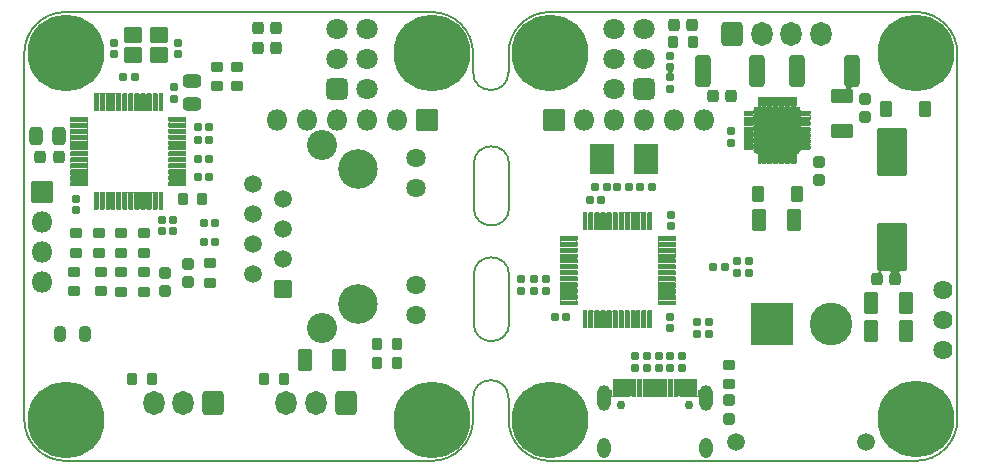
<source format=gbr>
%TF.GenerationSoftware,KiCad,Pcbnew,(6.0.1-0)*%
%TF.CreationDate,2023-01-25T00:15:57+01:00*%
%TF.ProjectId,ethersweep,65746865-7273-4776-9565-702e6b696361,2.0.1*%
%TF.SameCoordinates,Original*%
%TF.FileFunction,Soldermask,Top*%
%TF.FilePolarity,Negative*%
%FSLAX46Y46*%
G04 Gerber Fmt 4.6, Leading zero omitted, Abs format (unit mm)*
G04 Created by KiCad (PCBNEW (6.0.1-0)) date 2023-01-25 00:15:57*
%MOMM*%
%LPD*%
G01*
G04 APERTURE LIST*
G04 Aperture macros list*
%AMRoundRect*
0 Rectangle with rounded corners*
0 $1 Rounding radius*
0 $2 $3 $4 $5 $6 $7 $8 $9 X,Y pos of 4 corners*
0 Add a 4 corners polygon primitive as box body*
4,1,4,$2,$3,$4,$5,$6,$7,$8,$9,$2,$3,0*
0 Add four circle primitives for the rounded corners*
1,1,$1+$1,$2,$3*
1,1,$1+$1,$4,$5*
1,1,$1+$1,$6,$7*
1,1,$1+$1,$8,$9*
0 Add four rect primitives between the rounded corners*
20,1,$1+$1,$2,$3,$4,$5,0*
20,1,$1+$1,$4,$5,$6,$7,0*
20,1,$1+$1,$6,$7,$8,$9,0*
20,1,$1+$1,$8,$9,$2,$3,0*%
G04 Aperture macros list end*
%TA.AperFunction,Profile*%
%ADD10C,0.150000*%
%TD*%
%ADD11RoundRect,0.251000X0.200000X0.275000X-0.200000X0.275000X-0.200000X-0.275000X0.200000X-0.275000X0*%
%ADD12RoundRect,0.301000X0.475000X-0.250000X0.475000X0.250000X-0.475000X0.250000X-0.475000X-0.250000X0*%
%ADD13RoundRect,0.269750X-0.218750X-0.381250X0.218750X-0.381250X0.218750X0.381250X-0.218750X0.381250X0*%
%ADD14C,3.352000*%
%ADD15RoundRect,0.051000X-0.699000X0.699000X-0.699000X-0.699000X0.699000X-0.699000X0.699000X0.699000X0*%
%ADD16C,1.500000*%
%ADD17C,1.632000*%
%ADD18C,2.547000*%
%ADD19C,0.902000*%
%ADD20C,6.502000*%
%ADD21RoundRect,0.051000X-0.700000X-0.600000X0.700000X-0.600000X0.700000X0.600000X-0.700000X0.600000X0*%
%ADD22RoundRect,0.191000X-0.140000X-0.170000X0.140000X-0.170000X0.140000X0.170000X-0.140000X0.170000X0*%
%ADD23RoundRect,0.126000X0.075000X-0.662500X0.075000X0.662500X-0.075000X0.662500X-0.075000X-0.662500X0*%
%ADD24RoundRect,0.126000X0.662500X-0.075000X0.662500X0.075000X-0.662500X0.075000X-0.662500X-0.075000X0*%
%ADD25RoundRect,0.191000X0.170000X-0.140000X0.170000X0.140000X-0.170000X0.140000X-0.170000X-0.140000X0*%
%ADD26RoundRect,0.301000X0.250000X0.475000X-0.250000X0.475000X-0.250000X-0.475000X0.250000X-0.475000X0*%
%ADD27RoundRect,0.251000X0.275000X-0.200000X0.275000X0.200000X-0.275000X0.200000X-0.275000X-0.200000X0*%
%ADD28RoundRect,0.276000X-0.250000X0.225000X-0.250000X-0.225000X0.250000X-0.225000X0.250000X0.225000X0*%
%ADD29RoundRect,0.191000X0.140000X0.170000X-0.140000X0.170000X-0.140000X-0.170000X0.140000X-0.170000X0*%
%ADD30RoundRect,0.301000X0.325000X0.650000X-0.325000X0.650000X-0.325000X-0.650000X0.325000X-0.650000X0*%
%ADD31RoundRect,0.276000X0.250000X-0.225000X0.250000X0.225000X-0.250000X0.225000X-0.250000X-0.225000X0*%
%ADD32RoundRect,0.301000X0.600000X0.600000X-0.600000X0.600000X-0.600000X-0.600000X0.600000X-0.600000X0*%
%ADD33C,1.802000*%
%ADD34RoundRect,0.186000X0.135000X0.185000X-0.135000X0.185000X-0.135000X-0.185000X0.135000X-0.185000X0*%
%ADD35RoundRect,0.269750X0.218750X0.256250X-0.218750X0.256250X-0.218750X-0.256250X0.218750X-0.256250X0*%
%ADD36C,1.626000*%
%ADD37RoundRect,0.269750X0.256250X-0.218750X0.256250X0.218750X-0.256250X0.218750X-0.256250X-0.218750X0*%
%ADD38C,1.502000*%
%ADD39RoundRect,0.051000X1.750000X1.750000X-1.750000X1.750000X-1.750000X-1.750000X1.750000X-1.750000X0*%
%ADD40C,3.602000*%
%ADD41RoundRect,0.251000X-0.275000X0.200000X-0.275000X-0.200000X0.275000X-0.200000X0.275000X0.200000X0*%
%ADD42RoundRect,0.186000X0.185000X-0.135000X0.185000X0.135000X-0.185000X0.135000X-0.185000X-0.135000X0*%
%ADD43RoundRect,0.191000X-0.170000X0.140000X-0.170000X-0.140000X0.170000X-0.140000X0.170000X0.140000X0*%
%ADD44RoundRect,0.051000X0.850000X-0.850000X0.850000X0.850000X-0.850000X0.850000X-0.850000X-0.850000X0*%
%ADD45O,1.802000X1.802000*%
%ADD46RoundRect,0.051000X0.381000X-0.127000X0.381000X0.127000X-0.381000X0.127000X-0.381000X-0.127000X0*%
%ADD47RoundRect,0.051000X-0.127000X-0.381000X0.127000X-0.381000X0.127000X0.381000X-0.127000X0.381000X0*%
%ADD48RoundRect,0.051000X-1.905000X-1.905000X1.905000X-1.905000X1.905000X1.905000X-1.905000X1.905000X0*%
%ADD49C,0.752000*%
%ADD50RoundRect,0.051000X-0.300000X-0.725000X0.300000X-0.725000X0.300000X0.725000X-0.300000X0.725000X0*%
%ADD51RoundRect,0.051000X-0.150000X-0.725000X0.150000X-0.725000X0.150000X0.725000X-0.150000X0.725000X0*%
%ADD52O,1.102000X2.202000*%
%ADD53O,1.102000X1.702000*%
%ADD54RoundRect,0.301000X1.000000X-1.750000X1.000000X1.750000X-1.000000X1.750000X-1.000000X-1.750000X0*%
%ADD55RoundRect,0.301000X-0.362500X-1.075000X0.362500X-1.075000X0.362500X1.075000X-0.362500X1.075000X0*%
%ADD56RoundRect,0.051000X-0.850000X0.850000X-0.850000X-0.850000X0.850000X-0.850000X0.850000X0.850000X0*%
%ADD57RoundRect,0.276000X-0.225000X-0.250000X0.225000X-0.250000X0.225000X0.250000X-0.225000X0.250000X0*%
%ADD58RoundRect,0.301000X0.600000X0.725000X-0.600000X0.725000X-0.600000X-0.725000X0.600000X-0.725000X0*%
%ADD59O,1.802000X2.052000*%
%ADD60RoundRect,0.301000X-0.650000X0.325000X-0.650000X-0.325000X0.650000X-0.325000X0.650000X0.325000X0*%
%ADD61RoundRect,0.301000X-0.325000X-0.650000X0.325000X-0.650000X0.325000X0.650000X-0.325000X0.650000X0*%
%ADD62RoundRect,0.301000X-0.600000X-0.725000X0.600000X-0.725000X0.600000X0.725000X-0.600000X0.725000X0*%
%ADD63RoundRect,0.301000X0.362500X1.075000X-0.362500X1.075000X-0.362500X-1.075000X0.362500X-1.075000X0*%
%ADD64RoundRect,0.126000X-0.075000X0.662500X-0.075000X-0.662500X0.075000X-0.662500X0.075000X0.662500X0*%
%ADD65RoundRect,0.126000X-0.662500X0.075000X-0.662500X-0.075000X0.662500X-0.075000X0.662500X0.075000X0*%
%ADD66RoundRect,0.251000X-0.200000X-0.275000X0.200000X-0.275000X0.200000X0.275000X-0.200000X0.275000X0*%
%ADD67RoundRect,0.051000X-0.450000X-0.600000X0.450000X-0.600000X0.450000X0.600000X-0.450000X0.600000X0*%
%ADD68RoundRect,0.276000X0.225000X0.250000X-0.225000X0.250000X-0.225000X-0.250000X0.225000X-0.250000X0*%
%ADD69RoundRect,0.269750X-0.218750X-0.256250X0.218750X-0.256250X0.218750X0.256250X-0.218750X0.256250X0*%
%ADD70RoundRect,0.051000X1.000000X1.200000X-1.000000X1.200000X-1.000000X-1.200000X1.000000X-1.200000X0*%
%ADD71RoundRect,0.186000X-0.185000X0.135000X-0.185000X-0.135000X0.185000X-0.135000X0.185000X0.135000X0*%
%ADD72RoundRect,0.301000X-0.600000X-0.600000X0.600000X-0.600000X0.600000X0.600000X-0.600000X0.600000X0*%
%ADD73RoundRect,0.051000X0.850000X0.850000X-0.850000X0.850000X-0.850000X-0.850000X0.850000X-0.850000X0*%
G04 APERTURE END LIST*
D10*
X187150000Y-39570000D02*
X187150000Y-43270000D01*
X184150000Y-43270000D02*
X184150000Y-39570000D01*
X184150000Y-53070000D02*
X184150000Y-48970000D01*
X187150000Y-48970000D02*
X187150000Y-53070000D01*
X187150000Y-39570000D02*
G75*
G03*
X184150000Y-39570000I-1500000J0D01*
G01*
X184150000Y-43270000D02*
G75*
G03*
X187150000Y-43270000I1500000J0D01*
G01*
X184150000Y-53070000D02*
G75*
G03*
X187150000Y-53070000I1500000J0D01*
G01*
X187150000Y-48970000D02*
G75*
G03*
X184150000Y-48970000I-1500000J0D01*
G01*
X184100000Y-31800000D02*
G75*
G03*
X187100000Y-31800000I1500000J0D01*
G01*
X187100000Y-59370000D02*
G75*
G03*
X184100000Y-59370000I-1500000J0D01*
G01*
X184100000Y-31800000D02*
X184100000Y-30200000D01*
X184100000Y-60700000D02*
X184100000Y-59400000D01*
X180600000Y-26700000D02*
X149600000Y-26700000D01*
X149600000Y-26700000D02*
G75*
G03*
X146100000Y-30200000I-1J-3499999D01*
G01*
X184100000Y-30200000D02*
G75*
G03*
X180600000Y-26700000I-3499999J1D01*
G01*
X180600000Y-64700000D02*
G75*
G03*
X184100000Y-61200000I1J3499999D01*
G01*
X146100000Y-30200000D02*
X146100000Y-61200000D01*
X149600000Y-64700000D02*
X180600000Y-64700000D01*
X146100000Y-61200000D02*
G75*
G03*
X149600000Y-64700000I3499999J-1D01*
G01*
X184100000Y-61200000D02*
X184100000Y-60700000D01*
X225100000Y-61200000D02*
X225100000Y-30200000D01*
X190600000Y-64700000D02*
X221600000Y-64700000D01*
X187100000Y-61200000D02*
G75*
G03*
X190600000Y-64700000I3499999J-1D01*
G01*
X221600000Y-64700000D02*
G75*
G03*
X225100000Y-61200000I1J3499999D01*
G01*
X190600000Y-26700000D02*
G75*
G03*
X187100000Y-30200000I-1J-3499999D01*
G01*
X190600000Y-26700000D02*
X221600000Y-26700000D01*
X187100000Y-30200000D02*
X187100000Y-30700000D01*
X187100000Y-61200000D02*
X187100000Y-59400000D01*
X187100000Y-31800000D02*
X187100000Y-30700000D01*
X225100000Y-30200000D02*
G75*
G03*
X221600000Y-26700000I-3499999J1D01*
G01*
X187150000Y-39570000D02*
X187150000Y-43270000D01*
X184150000Y-43270000D02*
X184150000Y-39570000D01*
X184150000Y-53070000D02*
X184150000Y-48970000D01*
X187150000Y-48970000D02*
X187150000Y-53070000D01*
X187150000Y-39570000D02*
G75*
G03*
X184150000Y-39570000I-1500000J0D01*
G01*
X184150000Y-43270000D02*
G75*
G03*
X187150000Y-43270000I1500000J0D01*
G01*
X184150000Y-53070000D02*
G75*
G03*
X187150000Y-53070000I1500000J0D01*
G01*
X187150000Y-48970000D02*
G75*
G03*
X184150000Y-48970000I-1500000J0D01*
G01*
X184100000Y-31800000D02*
G75*
G03*
X187100000Y-31800000I1500000J0D01*
G01*
X187100000Y-59370000D02*
G75*
G03*
X184100000Y-59370000I-1500000J0D01*
G01*
X184100000Y-31800000D02*
X184100000Y-30200000D01*
X184100000Y-60700000D02*
X184100000Y-59400000D01*
X180600000Y-26700000D02*
X149600000Y-26700000D01*
X149600000Y-26700000D02*
G75*
G03*
X146100000Y-30200000I-1J-3499999D01*
G01*
X184100000Y-30200000D02*
G75*
G03*
X180600000Y-26700000I-3499999J1D01*
G01*
X180600000Y-64700000D02*
G75*
G03*
X184100000Y-61200000I1J3499999D01*
G01*
X146100000Y-30200000D02*
X146100000Y-61200000D01*
X149600000Y-64700000D02*
X180600000Y-64700000D01*
X146100000Y-61200000D02*
G75*
G03*
X149600000Y-64700000I3499999J-1D01*
G01*
X184100000Y-61200000D02*
X184100000Y-60700000D01*
X225100000Y-61200000D02*
X225100000Y-30200000D01*
X190600000Y-64700000D02*
X221600000Y-64700000D01*
X187100000Y-61200000D02*
G75*
G03*
X190600000Y-64700000I3499999J-1D01*
G01*
X221600000Y-64700000D02*
G75*
G03*
X225100000Y-61200000I1J3499999D01*
G01*
X190600000Y-26700000D02*
G75*
G03*
X187100000Y-30200000I-1J-3499999D01*
G01*
X190600000Y-26700000D02*
X221600000Y-26700000D01*
X187100000Y-30200000D02*
X187100000Y-30700000D01*
X187100000Y-61200000D02*
X187100000Y-59400000D01*
X187100000Y-31800000D02*
X187100000Y-30700000D01*
X225100000Y-30200000D02*
G75*
G03*
X221600000Y-26700000I-3499999J1D01*
G01*
D11*
X161175000Y-42570000D03*
X159525000Y-42570000D03*
D12*
X160300000Y-34450000D03*
X160300000Y-32550000D03*
D13*
X149137500Y-54000000D03*
X151262500Y-54000000D03*
D14*
X174350000Y-51415000D03*
X174350000Y-39985000D03*
D15*
X168000000Y-50150000D03*
D16*
X165460000Y-48880000D03*
X168000000Y-47610000D03*
X165460000Y-46340000D03*
X168000000Y-45070000D03*
X165460000Y-43800000D03*
X168000000Y-42530000D03*
X165460000Y-41260000D03*
D17*
X179250000Y-52325000D03*
X179250000Y-49785000D03*
X179250000Y-41615000D03*
X179250000Y-39075000D03*
D18*
X171300000Y-53445000D03*
X171300000Y-37955000D03*
D19*
X182297056Y-31897056D03*
X180600000Y-32600000D03*
X180600000Y-27800000D03*
X178902944Y-28502944D03*
D20*
X180600000Y-30200000D03*
D19*
X178902944Y-31897056D03*
X183000000Y-30200000D03*
X178200000Y-30200000D03*
X182297056Y-28502944D03*
X149600000Y-32600000D03*
X149600000Y-27800000D03*
X147902944Y-28502944D03*
D20*
X149600000Y-30200000D03*
D19*
X151297056Y-31897056D03*
X151297056Y-28502944D03*
X147902944Y-31897056D03*
X152000000Y-30200000D03*
X147200000Y-30200000D03*
X147902944Y-59502944D03*
X151297056Y-62897056D03*
X147200000Y-61200000D03*
X149600000Y-58800000D03*
X151297056Y-59502944D03*
X152000000Y-61200000D03*
X149600000Y-63600000D03*
D20*
X149600000Y-61200000D03*
D19*
X147902944Y-62897056D03*
X182297056Y-59502944D03*
X180600000Y-58800000D03*
X180600000Y-63600000D03*
X178902944Y-62897056D03*
X183000000Y-61200000D03*
D20*
X180600000Y-61200000D03*
D19*
X182297056Y-62897056D03*
X178200000Y-61200000D03*
X178902944Y-59502944D03*
D11*
X177625000Y-56400000D03*
X175975000Y-56400000D03*
D21*
X155300000Y-30350000D03*
X157500000Y-30350000D03*
X157500000Y-28650000D03*
X155300000Y-28650000D03*
D22*
X160770000Y-37550000D03*
X161730000Y-37550000D03*
D23*
X152150000Y-42662500D03*
X152650000Y-42662500D03*
X153150000Y-42662500D03*
X153650000Y-42662500D03*
X154150000Y-42662500D03*
X154650000Y-42662500D03*
X155150000Y-42662500D03*
X155650000Y-42662500D03*
X156150000Y-42662500D03*
X156650000Y-42662500D03*
X157150000Y-42662500D03*
X157650000Y-42662500D03*
D24*
X159062500Y-41250000D03*
X159062500Y-40750000D03*
X159062500Y-40250000D03*
X159062500Y-39750000D03*
X159062500Y-39250000D03*
X159062500Y-38750000D03*
X159062500Y-38250000D03*
X159062500Y-37750000D03*
X159062500Y-37250000D03*
X159062500Y-36750000D03*
X159062500Y-36250000D03*
X159062500Y-35750000D03*
D23*
X157650000Y-34337500D03*
X157150000Y-34337500D03*
X156650000Y-34337500D03*
X156150000Y-34337500D03*
X155650000Y-34337500D03*
X155150000Y-34337500D03*
X154650000Y-34337500D03*
X154150000Y-34337500D03*
X153650000Y-34337500D03*
X153150000Y-34337500D03*
X152650000Y-34337500D03*
X152150000Y-34337500D03*
D24*
X150737500Y-35750000D03*
X150737500Y-36250000D03*
X150737500Y-36750000D03*
X150737500Y-37250000D03*
X150737500Y-37750000D03*
X150737500Y-38250000D03*
X150737500Y-38750000D03*
X150737500Y-39250000D03*
X150737500Y-39750000D03*
X150737500Y-40250000D03*
X150737500Y-40750000D03*
X150737500Y-41250000D03*
D22*
X160770000Y-36470000D03*
X161730000Y-36470000D03*
D11*
X177625000Y-54800000D03*
X175975000Y-54800000D03*
D25*
X153700000Y-30280000D03*
X153700000Y-29320000D03*
X159100000Y-30280000D03*
X159100000Y-29320000D03*
D26*
X149000000Y-37200000D03*
X147100000Y-37200000D03*
D27*
X156200000Y-50375000D03*
X156200000Y-48725000D03*
X156200000Y-47075000D03*
X156200000Y-45425000D03*
X154300000Y-47075000D03*
X154300000Y-45425000D03*
X152400000Y-47075000D03*
X152400000Y-45425000D03*
X150500000Y-47075000D03*
X150500000Y-45425000D03*
D28*
X158000000Y-48775000D03*
X158000000Y-50325000D03*
D29*
X162280000Y-44600000D03*
X161320000Y-44600000D03*
X162280000Y-46200000D03*
X161320000Y-46200000D03*
D30*
X172783000Y-56164400D03*
X169833000Y-56164400D03*
D31*
X160000000Y-49575000D03*
X160000000Y-48025000D03*
D19*
X193000000Y-30200000D03*
D20*
X190600000Y-30200000D03*
D19*
X192297056Y-31897056D03*
X190600000Y-32600000D03*
X188200000Y-30200000D03*
X190600000Y-27800000D03*
X192297056Y-28502944D03*
X188902944Y-28502944D03*
X188902944Y-31897056D03*
X223297056Y-31897056D03*
D20*
X221600000Y-30200000D03*
D19*
X221600000Y-32600000D03*
X219200000Y-30200000D03*
X224000000Y-30200000D03*
X219902944Y-28502944D03*
X221600000Y-27800000D03*
X219902944Y-31897056D03*
X223297056Y-28502944D03*
X188902944Y-62897056D03*
X192297056Y-59502944D03*
D20*
X190600000Y-61200000D03*
D19*
X188902944Y-59502944D03*
X193000000Y-61200000D03*
X190600000Y-63600000D03*
X192297056Y-62897056D03*
X190600000Y-58800000D03*
X188200000Y-61200000D03*
D32*
X198600000Y-33200000D03*
D33*
X196060000Y-33200000D03*
X198600000Y-30660000D03*
X196060000Y-30660000D03*
X198600000Y-28120000D03*
X196060000Y-28120000D03*
D19*
X219200000Y-61175001D03*
X224000000Y-61175001D03*
X219902944Y-59477945D03*
X219902944Y-62872057D03*
D20*
X221600000Y-61175001D03*
D19*
X223297056Y-62872057D03*
X223297056Y-59477945D03*
X221600000Y-58775001D03*
X221600000Y-63575001D03*
D27*
X161800000Y-49625000D03*
X161800000Y-47975000D03*
D34*
X155510000Y-32200000D03*
X154490000Y-32200000D03*
D27*
X150276800Y-50325000D03*
X150276800Y-48675000D03*
X152600000Y-50325000D03*
X152600000Y-48675000D03*
X154300000Y-50375000D03*
X154300000Y-48725000D03*
X164150000Y-32995000D03*
X164150000Y-31345000D03*
X162450000Y-32970000D03*
X162450000Y-31320000D03*
D35*
X167437500Y-29770000D03*
X165862500Y-29770000D03*
D36*
X223850000Y-55315000D03*
X223850000Y-52775000D03*
X223850000Y-50235000D03*
D37*
X205750000Y-61157500D03*
X205750000Y-59582500D03*
D38*
X217400000Y-63100000D03*
X206400000Y-63100000D03*
D39*
X209400000Y-53100000D03*
D40*
X214400000Y-53100000D03*
D41*
X205750000Y-56545000D03*
X205750000Y-58195000D03*
D42*
X201800000Y-56830000D03*
X201800000Y-55810000D03*
D22*
X160770000Y-40670000D03*
X161730000Y-40670000D03*
D43*
X205950000Y-36790000D03*
X205950000Y-37750000D03*
D44*
X190993000Y-35819000D03*
D45*
X193533000Y-35819000D03*
X196073000Y-35819000D03*
X198613000Y-35819000D03*
X201153000Y-35819000D03*
X203693000Y-35819000D03*
D46*
X207424300Y-35220000D03*
X207424300Y-35719999D03*
X207424300Y-36220001D03*
X207424300Y-36720000D03*
X207424300Y-37219999D03*
X207424300Y-37720001D03*
X207424300Y-38220000D03*
D47*
X208350000Y-39145700D03*
X208849999Y-39145700D03*
X209350001Y-39145700D03*
X209850000Y-39145700D03*
X210349999Y-39145700D03*
X210850001Y-39145700D03*
X211350000Y-39145700D03*
D46*
X212275700Y-38220000D03*
X212275700Y-37720001D03*
X212275700Y-37219999D03*
X212275700Y-36720000D03*
X212275700Y-36220001D03*
X212275700Y-35719999D03*
X212275700Y-35220000D03*
D47*
X211350000Y-34294300D03*
X210850001Y-34294300D03*
X210349999Y-34294300D03*
X209850000Y-34294300D03*
X209350001Y-34294300D03*
X208849999Y-34294300D03*
X208350000Y-34294300D03*
D48*
X209850000Y-36720000D03*
D49*
X196612000Y-59941000D03*
X202392000Y-59941000D03*
D50*
X196252000Y-58496000D03*
X197052000Y-58496000D03*
D51*
X198252000Y-58496000D03*
X199252000Y-58496000D03*
X199752000Y-58496000D03*
X200752000Y-58496000D03*
D50*
X201952000Y-58496000D03*
X202752000Y-58496000D03*
X202752000Y-58496000D03*
X201952000Y-58496000D03*
D51*
X201252000Y-58496000D03*
X200252000Y-58496000D03*
X198752000Y-58496000D03*
X197752000Y-58496000D03*
D50*
X197052000Y-58496000D03*
X196252000Y-58496000D03*
D52*
X203822000Y-59411000D03*
D53*
X195182000Y-63591000D03*
X203822000Y-63591000D03*
D52*
X195182000Y-59411000D03*
D54*
X219550000Y-46570000D03*
X219550000Y-38570000D03*
D42*
X198800000Y-56830000D03*
X198800000Y-55810000D03*
D55*
X203537500Y-31670000D03*
X208162500Y-31670000D03*
D22*
X157772400Y-45242400D03*
X158732400Y-45242400D03*
D25*
X158800000Y-34050000D03*
X158800000Y-33090000D03*
D56*
X180198000Y-35819000D03*
D45*
X177658000Y-35819000D03*
X175118000Y-35819000D03*
X172578000Y-35819000D03*
X170038000Y-35819000D03*
X167498000Y-35819000D03*
D42*
X190300000Y-50350000D03*
X190300000Y-49330000D03*
D35*
X167437500Y-28070000D03*
X165862500Y-28070000D03*
D31*
X217300000Y-35595000D03*
X217300000Y-34045000D03*
D57*
X218275000Y-49320000D03*
X219825000Y-49320000D03*
D42*
X200810000Y-33210000D03*
X200810000Y-32190000D03*
D58*
X173300000Y-59787500D03*
D59*
X170800000Y-59787500D03*
X168300000Y-59787500D03*
D60*
X215325000Y-33845000D03*
X215325000Y-36795000D03*
D58*
X162050000Y-59787500D03*
D59*
X159550000Y-59787500D03*
X157050000Y-59787500D03*
D61*
X217825000Y-53720000D03*
X220775000Y-53720000D03*
D42*
X207450000Y-48830000D03*
X207450000Y-47810000D03*
D22*
X157770000Y-44270000D03*
X158730000Y-44270000D03*
X204430000Y-48320000D03*
X205390000Y-48320000D03*
D29*
X199210000Y-41540000D03*
X198250000Y-41540000D03*
D62*
X206050000Y-28602500D03*
D59*
X208550000Y-28602500D03*
X211050000Y-28602500D03*
X213550000Y-28602500D03*
D43*
X200772000Y-52484000D03*
X200772000Y-53444000D03*
D42*
X200800000Y-56830000D03*
X200800000Y-55810000D03*
D63*
X216162500Y-31670000D03*
X211537500Y-31670000D03*
D29*
X195410000Y-41540000D03*
X194450000Y-41540000D03*
D43*
X200800000Y-30386000D03*
X200800000Y-31346000D03*
D64*
X199100000Y-44407500D03*
X198600000Y-44407500D03*
X198100000Y-44407500D03*
X197600000Y-44407500D03*
X197100000Y-44407500D03*
X196600000Y-44407500D03*
X196100000Y-44407500D03*
X195600000Y-44407500D03*
X195100000Y-44407500D03*
X194600000Y-44407500D03*
X194100000Y-44407500D03*
X193600000Y-44407500D03*
D65*
X192187500Y-45820000D03*
X192187500Y-46320000D03*
X192187500Y-46820000D03*
X192187500Y-47320000D03*
X192187500Y-47820000D03*
X192187500Y-48320000D03*
X192187500Y-48820000D03*
X192187500Y-49320000D03*
X192187500Y-49820000D03*
X192187500Y-50320000D03*
X192187500Y-50820000D03*
X192187500Y-51320000D03*
D64*
X193600000Y-52732500D03*
X194100000Y-52732500D03*
X194600000Y-52732500D03*
X195100000Y-52732500D03*
X195600000Y-52732500D03*
X196100000Y-52732500D03*
X196600000Y-52732500D03*
X197100000Y-52732500D03*
X197600000Y-52732500D03*
X198100000Y-52732500D03*
X198600000Y-52732500D03*
X199100000Y-52732500D03*
D65*
X200512500Y-51320000D03*
X200512500Y-50820000D03*
X200512500Y-50320000D03*
X200512500Y-49820000D03*
X200512500Y-49320000D03*
X200512500Y-48820000D03*
X200512500Y-48320000D03*
X200512500Y-47820000D03*
X200512500Y-47320000D03*
X200512500Y-46820000D03*
X200512500Y-46320000D03*
X200512500Y-45820000D03*
D66*
X166419000Y-57790000D03*
X168069000Y-57790000D03*
D42*
X188190000Y-50340000D03*
X188190000Y-49320000D03*
D67*
X208189400Y-42128000D03*
X211489400Y-42128000D03*
D42*
X204090000Y-53960000D03*
X204090000Y-52940000D03*
D25*
X200890000Y-44840000D03*
X200890000Y-43880000D03*
D34*
X197340000Y-41540000D03*
X196320000Y-41540000D03*
D68*
X205925000Y-33770000D03*
X204375000Y-33770000D03*
D42*
X197800000Y-56830000D03*
X197800000Y-55810000D03*
D67*
X219075000Y-34920000D03*
X222375000Y-34920000D03*
D43*
X150450000Y-42490000D03*
X150450000Y-43450000D03*
D66*
X155243000Y-57790000D03*
X156893000Y-57790000D03*
D28*
X213370400Y-39395000D03*
X213370400Y-40945000D03*
D29*
X191955600Y-52557600D03*
X190995600Y-52557600D03*
D69*
X201082500Y-27770000D03*
X202657500Y-27770000D03*
D61*
X217825000Y-51320000D03*
X220775000Y-51320000D03*
D11*
X202714600Y-29240400D03*
X201064600Y-29240400D03*
D42*
X189220000Y-50350000D03*
X189220000Y-49330000D03*
D70*
X198700000Y-39140000D03*
X195000000Y-39140000D03*
D68*
X149019800Y-38943200D03*
X147469800Y-38943200D03*
D61*
X208339400Y-44328000D03*
X211289400Y-44328000D03*
D22*
X194010000Y-42600000D03*
X194970000Y-42600000D03*
D71*
X203050000Y-52930000D03*
X203050000Y-53950000D03*
D42*
X199800000Y-56830000D03*
X199800000Y-55810000D03*
D22*
X160770000Y-39149096D03*
X161730000Y-39149096D03*
D42*
X206450000Y-48830000D03*
X206450000Y-47810000D03*
D72*
X172600000Y-33200000D03*
D33*
X175140000Y-33200000D03*
X172600000Y-30660000D03*
X175140000Y-30660000D03*
X172600000Y-28120000D03*
X175140000Y-28120000D03*
D73*
X147600000Y-41900000D03*
D45*
X147600000Y-44440000D03*
X147600000Y-46980000D03*
X147600000Y-49520000D03*
G36*
X195902212Y-58538850D02*
G01*
X195903000Y-58540441D01*
X195903000Y-59220801D01*
X195906767Y-59239738D01*
X195917380Y-59255620D01*
X195920423Y-59257654D01*
X195921308Y-59259448D01*
X195920196Y-59261111D01*
X195918714Y-59261226D01*
X195860191Y-59242901D01*
X195793401Y-59261225D01*
X195747075Y-59312799D01*
X195734950Y-59366239D01*
X195733592Y-59367706D01*
X195731642Y-59367264D01*
X195731000Y-59365796D01*
X195731000Y-58861132D01*
X195710760Y-58713371D01*
X195659684Y-58595342D01*
X195659914Y-58593356D01*
X195661750Y-58592561D01*
X195663168Y-58593415D01*
X195674474Y-58609865D01*
X195728424Y-58653765D01*
X195797251Y-58661496D01*
X195859330Y-58630790D01*
X195895039Y-58571252D01*
X195899016Y-58540187D01*
X195900228Y-58538596D01*
X195902212Y-58538850D01*
G37*
G36*
X203104919Y-58538491D02*
G01*
X203124596Y-58605506D01*
X203176939Y-58650861D01*
X203245492Y-58660718D01*
X203308648Y-58631875D01*
X203328703Y-58609677D01*
X203366534Y-58555848D01*
X203368348Y-58555006D01*
X203369984Y-58556156D01*
X203369870Y-58558052D01*
X203320481Y-58637709D01*
X203278891Y-58780864D01*
X203273000Y-58861078D01*
X203273000Y-59365796D01*
X203272000Y-59367528D01*
X203270000Y-59367528D01*
X203269081Y-59366359D01*
X203249404Y-59299344D01*
X203197061Y-59253989D01*
X203128442Y-59244123D01*
X203087403Y-59259849D01*
X203085427Y-59259535D01*
X203084712Y-59257667D01*
X203085576Y-59256318D01*
X203086620Y-59255620D01*
X203097233Y-59239738D01*
X203101000Y-59220801D01*
X203101000Y-58539054D01*
X203102000Y-58537322D01*
X203104000Y-58537322D01*
X203104919Y-58538491D01*
G37*
G36*
X201066633Y-57734517D02*
G01*
X201067197Y-57736436D01*
X201066916Y-57737075D01*
X201056767Y-57752263D01*
X201053000Y-57771199D01*
X201053000Y-59220801D01*
X201056767Y-59239738D01*
X201066814Y-59254773D01*
X201066945Y-59256768D01*
X201065282Y-59257880D01*
X201064553Y-59257793D01*
X201004212Y-59238898D01*
X200939310Y-59257955D01*
X200937367Y-59257483D01*
X200936803Y-59255564D01*
X200937084Y-59254925D01*
X200947233Y-59239737D01*
X200951000Y-59220801D01*
X200951000Y-57771199D01*
X200947233Y-57752262D01*
X200937186Y-57737227D01*
X200937055Y-57735232D01*
X200938718Y-57734120D01*
X200939447Y-57734207D01*
X200999788Y-57753102D01*
X201064690Y-57734045D01*
X201066633Y-57734517D01*
G37*
G36*
X200066633Y-57734517D02*
G01*
X200067197Y-57736436D01*
X200066916Y-57737075D01*
X200056767Y-57752263D01*
X200053000Y-57771199D01*
X200053000Y-59220801D01*
X200056767Y-59239738D01*
X200066814Y-59254773D01*
X200066945Y-59256768D01*
X200065282Y-59257880D01*
X200064553Y-59257793D01*
X200004212Y-59238898D01*
X199939310Y-59257955D01*
X199937367Y-59257483D01*
X199936803Y-59255564D01*
X199937084Y-59254925D01*
X199947233Y-59239737D01*
X199951000Y-59220801D01*
X199951000Y-57771199D01*
X199947233Y-57752262D01*
X199937186Y-57737227D01*
X199937055Y-57735232D01*
X199938718Y-57734120D01*
X199939447Y-57734207D01*
X199999788Y-57753102D01*
X200064690Y-57734045D01*
X200066633Y-57734517D01*
G37*
G36*
X198566633Y-57734517D02*
G01*
X198567197Y-57736436D01*
X198566916Y-57737075D01*
X198556767Y-57752263D01*
X198553000Y-57771199D01*
X198553000Y-59220801D01*
X198556767Y-59239738D01*
X198566814Y-59254773D01*
X198566945Y-59256768D01*
X198565282Y-59257880D01*
X198564553Y-59257793D01*
X198504212Y-59238898D01*
X198439310Y-59257955D01*
X198437367Y-59257483D01*
X198436803Y-59255564D01*
X198437084Y-59254925D01*
X198447233Y-59239737D01*
X198451000Y-59220801D01*
X198451000Y-57771199D01*
X198447233Y-57752262D01*
X198437186Y-57737227D01*
X198437055Y-57735232D01*
X198438718Y-57734120D01*
X198439447Y-57734207D01*
X198499788Y-57753102D01*
X198564690Y-57734045D01*
X198566633Y-57734517D01*
G37*
G36*
X200566633Y-57734517D02*
G01*
X200567197Y-57736436D01*
X200566916Y-57737075D01*
X200556767Y-57752263D01*
X200553000Y-57771199D01*
X200553000Y-59220801D01*
X200556767Y-59239738D01*
X200566814Y-59254773D01*
X200566945Y-59256768D01*
X200565282Y-59257880D01*
X200564553Y-59257793D01*
X200504212Y-59238898D01*
X200439310Y-59257955D01*
X200437367Y-59257483D01*
X200436803Y-59255564D01*
X200437084Y-59254925D01*
X200447233Y-59239737D01*
X200451000Y-59220801D01*
X200451000Y-57771199D01*
X200447233Y-57752262D01*
X200437186Y-57737227D01*
X200437055Y-57735232D01*
X200438718Y-57734120D01*
X200439447Y-57734207D01*
X200499788Y-57753102D01*
X200564690Y-57734045D01*
X200566633Y-57734517D01*
G37*
G36*
X202416633Y-57734517D02*
G01*
X202417197Y-57736436D01*
X202416916Y-57737075D01*
X202406767Y-57752263D01*
X202403000Y-57771199D01*
X202403000Y-59220801D01*
X202406767Y-59239738D01*
X202416814Y-59254773D01*
X202416945Y-59256768D01*
X202415282Y-59257880D01*
X202414553Y-59257793D01*
X202354212Y-59238898D01*
X202289310Y-59257955D01*
X202287367Y-59257483D01*
X202286803Y-59255564D01*
X202287084Y-59254925D01*
X202297233Y-59239737D01*
X202301000Y-59220801D01*
X202301000Y-57771199D01*
X202297233Y-57752262D01*
X202287186Y-57737227D01*
X202287055Y-57735232D01*
X202288718Y-57734120D01*
X202289447Y-57734207D01*
X202349788Y-57753102D01*
X202414690Y-57734045D01*
X202416633Y-57734517D01*
G37*
G36*
X196716633Y-57734517D02*
G01*
X196717197Y-57736436D01*
X196716916Y-57737075D01*
X196706767Y-57752263D01*
X196703000Y-57771199D01*
X196703000Y-59220801D01*
X196706767Y-59239738D01*
X196716814Y-59254773D01*
X196716945Y-59256768D01*
X196715282Y-59257880D01*
X196714553Y-59257793D01*
X196654212Y-59238898D01*
X196589310Y-59257955D01*
X196587367Y-59257483D01*
X196586803Y-59255564D01*
X196587084Y-59254925D01*
X196597233Y-59239737D01*
X196601000Y-59220801D01*
X196601000Y-57771199D01*
X196597233Y-57752262D01*
X196587186Y-57737227D01*
X196587055Y-57735232D01*
X196588718Y-57734120D01*
X196589447Y-57734207D01*
X196649788Y-57753102D01*
X196714690Y-57734045D01*
X196716633Y-57734517D01*
G37*
G36*
X199066633Y-57734517D02*
G01*
X199067197Y-57736436D01*
X199066916Y-57737075D01*
X199056767Y-57752263D01*
X199053000Y-57771199D01*
X199053000Y-59220801D01*
X199056767Y-59239738D01*
X199066814Y-59254773D01*
X199066945Y-59256768D01*
X199065282Y-59257880D01*
X199064553Y-59257793D01*
X199004212Y-59238898D01*
X198939310Y-59257955D01*
X198937367Y-59257483D01*
X198936803Y-59255564D01*
X198937084Y-59254925D01*
X198947233Y-59239737D01*
X198951000Y-59220801D01*
X198951000Y-57771199D01*
X198947233Y-57752262D01*
X198937186Y-57737227D01*
X198937055Y-57735232D01*
X198938718Y-57734120D01*
X198939447Y-57734207D01*
X198999788Y-57753102D01*
X199064690Y-57734045D01*
X199066633Y-57734517D01*
G37*
G36*
X199566633Y-57734517D02*
G01*
X199567197Y-57736436D01*
X199566916Y-57737075D01*
X199556767Y-57752263D01*
X199553000Y-57771199D01*
X199553000Y-59220801D01*
X199556767Y-59239738D01*
X199566814Y-59254773D01*
X199566945Y-59256768D01*
X199565282Y-59257880D01*
X199564553Y-59257793D01*
X199504212Y-59238898D01*
X199439310Y-59257955D01*
X199437367Y-59257483D01*
X199436803Y-59255564D01*
X199437084Y-59254925D01*
X199447233Y-59239737D01*
X199451000Y-59220801D01*
X199451000Y-57771199D01*
X199447233Y-57752262D01*
X199437186Y-57737227D01*
X199437055Y-57735232D01*
X199438718Y-57734120D01*
X199439447Y-57734207D01*
X199499788Y-57753102D01*
X199564690Y-57734045D01*
X199566633Y-57734517D01*
G37*
G36*
X198066633Y-57734517D02*
G01*
X198067197Y-57736436D01*
X198066916Y-57737075D01*
X198056767Y-57752263D01*
X198053000Y-57771199D01*
X198053000Y-59220801D01*
X198056767Y-59239738D01*
X198066814Y-59254773D01*
X198066945Y-59256768D01*
X198065282Y-59257880D01*
X198064553Y-59257793D01*
X198004212Y-59238898D01*
X197939310Y-59257955D01*
X197937367Y-59257483D01*
X197936803Y-59255564D01*
X197937084Y-59254925D01*
X197947233Y-59239737D01*
X197951000Y-59220801D01*
X197951000Y-57771199D01*
X197947233Y-57752262D01*
X197937186Y-57737227D01*
X197937055Y-57735232D01*
X197938718Y-57734120D01*
X197939447Y-57734207D01*
X197999788Y-57753102D01*
X198064690Y-57734045D01*
X198066633Y-57734517D01*
G37*
G36*
X197392660Y-57738493D02*
G01*
X197406452Y-57747709D01*
X197407615Y-57745969D01*
X197409409Y-57745084D01*
X197410560Y-57745545D01*
X197427952Y-57760078D01*
X197496670Y-57768704D01*
X197544288Y-57745918D01*
X197546282Y-57746072D01*
X197546814Y-57746611D01*
X197547548Y-57747709D01*
X197561340Y-57738493D01*
X197563336Y-57738362D01*
X197564447Y-57740025D01*
X197564114Y-57741267D01*
X197556767Y-57752262D01*
X197553000Y-57771199D01*
X197553000Y-59220801D01*
X197556767Y-59239738D01*
X197564114Y-59250733D01*
X197564245Y-59252729D01*
X197562582Y-59253840D01*
X197561340Y-59253507D01*
X197547548Y-59244291D01*
X197546385Y-59246031D01*
X197544591Y-59246916D01*
X197543440Y-59246455D01*
X197526048Y-59231922D01*
X197457330Y-59223296D01*
X197409712Y-59246082D01*
X197407718Y-59245928D01*
X197407186Y-59245389D01*
X197406452Y-59244291D01*
X197392660Y-59253507D01*
X197390664Y-59253638D01*
X197389553Y-59251975D01*
X197389886Y-59250733D01*
X197397233Y-59239738D01*
X197401000Y-59220801D01*
X197401000Y-57771199D01*
X197397233Y-57752262D01*
X197389886Y-57741267D01*
X197389755Y-57739271D01*
X197391418Y-57738160D01*
X197392660Y-57738493D01*
G37*
G36*
X201442660Y-57738493D02*
G01*
X201456452Y-57747709D01*
X201457615Y-57745969D01*
X201459409Y-57745084D01*
X201460560Y-57745545D01*
X201477952Y-57760078D01*
X201546670Y-57768704D01*
X201594288Y-57745918D01*
X201596282Y-57746072D01*
X201596814Y-57746611D01*
X201597548Y-57747709D01*
X201611340Y-57738493D01*
X201613336Y-57738362D01*
X201614447Y-57740025D01*
X201614114Y-57741267D01*
X201606767Y-57752262D01*
X201603000Y-57771199D01*
X201603000Y-59220801D01*
X201606767Y-59239738D01*
X201614114Y-59250733D01*
X201614245Y-59252729D01*
X201612582Y-59253840D01*
X201611340Y-59253507D01*
X201597548Y-59244291D01*
X201596385Y-59246031D01*
X201594591Y-59246916D01*
X201593440Y-59246455D01*
X201576048Y-59231922D01*
X201507330Y-59223296D01*
X201459712Y-59246082D01*
X201457718Y-59245928D01*
X201457186Y-59245389D01*
X201456452Y-59244291D01*
X201442660Y-59253507D01*
X201440664Y-59253638D01*
X201439553Y-59251975D01*
X201439886Y-59250733D01*
X201447233Y-59239738D01*
X201451000Y-59220801D01*
X201451000Y-57771199D01*
X201447233Y-57752262D01*
X201439886Y-57741267D01*
X201439755Y-57739271D01*
X201441418Y-57738160D01*
X201442660Y-57738493D01*
G37*
G36*
X193768693Y-51984460D02*
G01*
X193781425Y-51992967D01*
X193847789Y-52013747D01*
X193918589Y-51992958D01*
X193931307Y-51984460D01*
X193933303Y-51984329D01*
X193934414Y-51985992D01*
X193934081Y-51987234D01*
X193910476Y-52022561D01*
X193901000Y-52070199D01*
X193901000Y-53394801D01*
X193910476Y-53442439D01*
X193934081Y-53477766D01*
X193934212Y-53479762D01*
X193932549Y-53480873D01*
X193931307Y-53480540D01*
X193918575Y-53472033D01*
X193852211Y-53451253D01*
X193781411Y-53472042D01*
X193768693Y-53480540D01*
X193766697Y-53480671D01*
X193765586Y-53479008D01*
X193765919Y-53477766D01*
X193789524Y-53442439D01*
X193799000Y-53394801D01*
X193799000Y-52070199D01*
X193789524Y-52022561D01*
X193765919Y-51987234D01*
X193765788Y-51985238D01*
X193767451Y-51984127D01*
X193768693Y-51984460D01*
G37*
G36*
X197268693Y-51984460D02*
G01*
X197281425Y-51992967D01*
X197347789Y-52013747D01*
X197418589Y-51992958D01*
X197431307Y-51984460D01*
X197433303Y-51984329D01*
X197434414Y-51985992D01*
X197434081Y-51987234D01*
X197410476Y-52022561D01*
X197401000Y-52070199D01*
X197401000Y-53394801D01*
X197410476Y-53442439D01*
X197434081Y-53477766D01*
X197434212Y-53479762D01*
X197432549Y-53480873D01*
X197431307Y-53480540D01*
X197418575Y-53472033D01*
X197352211Y-53451253D01*
X197281411Y-53472042D01*
X197268693Y-53480540D01*
X197266697Y-53480671D01*
X197265586Y-53479008D01*
X197265919Y-53477766D01*
X197289524Y-53442439D01*
X197299000Y-53394801D01*
X197299000Y-52070199D01*
X197289524Y-52022561D01*
X197265919Y-51987234D01*
X197265788Y-51985238D01*
X197267451Y-51984127D01*
X197268693Y-51984460D01*
G37*
G36*
X195268693Y-51984460D02*
G01*
X195281425Y-51992967D01*
X195347789Y-52013747D01*
X195418589Y-51992958D01*
X195431307Y-51984460D01*
X195433303Y-51984329D01*
X195434414Y-51985992D01*
X195434081Y-51987234D01*
X195410476Y-52022561D01*
X195401000Y-52070199D01*
X195401000Y-53394801D01*
X195410476Y-53442439D01*
X195434081Y-53477766D01*
X195434212Y-53479762D01*
X195432549Y-53480873D01*
X195431307Y-53480540D01*
X195418575Y-53472033D01*
X195352211Y-53451253D01*
X195281411Y-53472042D01*
X195268693Y-53480540D01*
X195266697Y-53480671D01*
X195265586Y-53479008D01*
X195265919Y-53477766D01*
X195289524Y-53442439D01*
X195299000Y-53394801D01*
X195299000Y-52070199D01*
X195289524Y-52022561D01*
X195265919Y-51987234D01*
X195265788Y-51985238D01*
X195267451Y-51984127D01*
X195268693Y-51984460D01*
G37*
G36*
X196268693Y-51984460D02*
G01*
X196281425Y-51992967D01*
X196347789Y-52013747D01*
X196418589Y-51992958D01*
X196431307Y-51984460D01*
X196433303Y-51984329D01*
X196434414Y-51985992D01*
X196434081Y-51987234D01*
X196410476Y-52022561D01*
X196401000Y-52070199D01*
X196401000Y-53394801D01*
X196410476Y-53442439D01*
X196434081Y-53477766D01*
X196434212Y-53479762D01*
X196432549Y-53480873D01*
X196431307Y-53480540D01*
X196418575Y-53472033D01*
X196352211Y-53451253D01*
X196281411Y-53472042D01*
X196268693Y-53480540D01*
X196266697Y-53480671D01*
X196265586Y-53479008D01*
X196265919Y-53477766D01*
X196289524Y-53442439D01*
X196299000Y-53394801D01*
X196299000Y-52070199D01*
X196289524Y-52022561D01*
X196265919Y-51987234D01*
X196265788Y-51985238D01*
X196267451Y-51984127D01*
X196268693Y-51984460D01*
G37*
G36*
X194768693Y-51984460D02*
G01*
X194781425Y-51992967D01*
X194847789Y-52013747D01*
X194918589Y-51992958D01*
X194931307Y-51984460D01*
X194933303Y-51984329D01*
X194934414Y-51985992D01*
X194934081Y-51987234D01*
X194910476Y-52022561D01*
X194901000Y-52070199D01*
X194901000Y-53394801D01*
X194910476Y-53442439D01*
X194934081Y-53477766D01*
X194934212Y-53479762D01*
X194932549Y-53480873D01*
X194931307Y-53480540D01*
X194918575Y-53472033D01*
X194852211Y-53451253D01*
X194781411Y-53472042D01*
X194768693Y-53480540D01*
X194766697Y-53480671D01*
X194765586Y-53479008D01*
X194765919Y-53477766D01*
X194789524Y-53442439D01*
X194799000Y-53394801D01*
X194799000Y-52070199D01*
X194789524Y-52022561D01*
X194765919Y-51987234D01*
X194765788Y-51985238D01*
X194767451Y-51984127D01*
X194768693Y-51984460D01*
G37*
G36*
X197768693Y-51984460D02*
G01*
X197781425Y-51992967D01*
X197847789Y-52013747D01*
X197918589Y-51992958D01*
X197931307Y-51984460D01*
X197933303Y-51984329D01*
X197934414Y-51985992D01*
X197934081Y-51987234D01*
X197910476Y-52022561D01*
X197901000Y-52070199D01*
X197901000Y-53394801D01*
X197910476Y-53442439D01*
X197934081Y-53477766D01*
X197934212Y-53479762D01*
X197932549Y-53480873D01*
X197931307Y-53480540D01*
X197918575Y-53472033D01*
X197852211Y-53451253D01*
X197781411Y-53472042D01*
X197768693Y-53480540D01*
X197766697Y-53480671D01*
X197765586Y-53479008D01*
X197765919Y-53477766D01*
X197789524Y-53442439D01*
X197799000Y-53394801D01*
X197799000Y-52070199D01*
X197789524Y-52022561D01*
X197765919Y-51987234D01*
X197765788Y-51985238D01*
X197767451Y-51984127D01*
X197768693Y-51984460D01*
G37*
G36*
X196768693Y-51984460D02*
G01*
X196781425Y-51992967D01*
X196847789Y-52013747D01*
X196918589Y-51992958D01*
X196931307Y-51984460D01*
X196933303Y-51984329D01*
X196934414Y-51985992D01*
X196934081Y-51987234D01*
X196910476Y-52022561D01*
X196901000Y-52070199D01*
X196901000Y-53394801D01*
X196910476Y-53442439D01*
X196934081Y-53477766D01*
X196934212Y-53479762D01*
X196932549Y-53480873D01*
X196931307Y-53480540D01*
X196918575Y-53472033D01*
X196852211Y-53451253D01*
X196781411Y-53472042D01*
X196768693Y-53480540D01*
X196766697Y-53480671D01*
X196765586Y-53479008D01*
X196765919Y-53477766D01*
X196789524Y-53442439D01*
X196799000Y-53394801D01*
X196799000Y-52070199D01*
X196789524Y-52022561D01*
X196765919Y-51987234D01*
X196765788Y-51985238D01*
X196767451Y-51984127D01*
X196768693Y-51984460D01*
G37*
G36*
X194268693Y-51984460D02*
G01*
X194281425Y-51992967D01*
X194347789Y-52013747D01*
X194418589Y-51992958D01*
X194431307Y-51984460D01*
X194433303Y-51984329D01*
X194434414Y-51985992D01*
X194434081Y-51987234D01*
X194410476Y-52022561D01*
X194401000Y-52070199D01*
X194401000Y-53394801D01*
X194410476Y-53442439D01*
X194434081Y-53477766D01*
X194434212Y-53479762D01*
X194432549Y-53480873D01*
X194431307Y-53480540D01*
X194418575Y-53472033D01*
X194352211Y-53451253D01*
X194281411Y-53472042D01*
X194268693Y-53480540D01*
X194266697Y-53480671D01*
X194265586Y-53479008D01*
X194265919Y-53477766D01*
X194289524Y-53442439D01*
X194299000Y-53394801D01*
X194299000Y-52070199D01*
X194289524Y-52022561D01*
X194265919Y-51987234D01*
X194265788Y-51985238D01*
X194267451Y-51984127D01*
X194268693Y-51984460D01*
G37*
G36*
X195768693Y-51984460D02*
G01*
X195781425Y-51992967D01*
X195847789Y-52013747D01*
X195918589Y-51992958D01*
X195931307Y-51984460D01*
X195933303Y-51984329D01*
X195934414Y-51985992D01*
X195934081Y-51987234D01*
X195910476Y-52022561D01*
X195901000Y-52070199D01*
X195901000Y-53394801D01*
X195910476Y-53442439D01*
X195934081Y-53477766D01*
X195934212Y-53479762D01*
X195932549Y-53480873D01*
X195931307Y-53480540D01*
X195918575Y-53472033D01*
X195852211Y-53451253D01*
X195781411Y-53472042D01*
X195768693Y-53480540D01*
X195766697Y-53480671D01*
X195765586Y-53479008D01*
X195765919Y-53477766D01*
X195789524Y-53442439D01*
X195799000Y-53394801D01*
X195799000Y-52070199D01*
X195789524Y-52022561D01*
X195765919Y-51987234D01*
X195765788Y-51985238D01*
X195767451Y-51984127D01*
X195768693Y-51984460D01*
G37*
G36*
X198768693Y-51984460D02*
G01*
X198781425Y-51992967D01*
X198847789Y-52013747D01*
X198918589Y-51992958D01*
X198931307Y-51984460D01*
X198933303Y-51984329D01*
X198934414Y-51985992D01*
X198934081Y-51987234D01*
X198910476Y-52022561D01*
X198901000Y-52070199D01*
X198901000Y-53394801D01*
X198910476Y-53442439D01*
X198934081Y-53477766D01*
X198934212Y-53479762D01*
X198932549Y-53480873D01*
X198931307Y-53480540D01*
X198918575Y-53472033D01*
X198852211Y-53451253D01*
X198781411Y-53472042D01*
X198768693Y-53480540D01*
X198766697Y-53480671D01*
X198765586Y-53479008D01*
X198765919Y-53477766D01*
X198789524Y-53442439D01*
X198799000Y-53394801D01*
X198799000Y-52070199D01*
X198789524Y-52022561D01*
X198765919Y-51987234D01*
X198765788Y-51985238D01*
X198767451Y-51984127D01*
X198768693Y-51984460D01*
G37*
G36*
X198268693Y-51984460D02*
G01*
X198281425Y-51992967D01*
X198347789Y-52013747D01*
X198418589Y-51992958D01*
X198431307Y-51984460D01*
X198433303Y-51984329D01*
X198434414Y-51985992D01*
X198434081Y-51987234D01*
X198410476Y-52022561D01*
X198401000Y-52070199D01*
X198401000Y-53394801D01*
X198410476Y-53442439D01*
X198434081Y-53477766D01*
X198434212Y-53479762D01*
X198432549Y-53480873D01*
X198431307Y-53480540D01*
X198418575Y-53472033D01*
X198352211Y-53451253D01*
X198281411Y-53472042D01*
X198268693Y-53480540D01*
X198266697Y-53480671D01*
X198265586Y-53479008D01*
X198265919Y-53477766D01*
X198289524Y-53442439D01*
X198299000Y-53394801D01*
X198299000Y-52070199D01*
X198289524Y-52022561D01*
X198265919Y-51987234D01*
X198265788Y-51985238D01*
X198267451Y-51984127D01*
X198268693Y-51984460D01*
G37*
G36*
X199767234Y-50985919D02*
G01*
X199802561Y-51009524D01*
X199850199Y-51019000D01*
X201174801Y-51019000D01*
X201222439Y-51009524D01*
X201257766Y-50985919D01*
X201259762Y-50985788D01*
X201260873Y-50987451D01*
X201260540Y-50988693D01*
X201252033Y-51001425D01*
X201231253Y-51067789D01*
X201252042Y-51138589D01*
X201260540Y-51151307D01*
X201260671Y-51153303D01*
X201259008Y-51154414D01*
X201257766Y-51154081D01*
X201222439Y-51130476D01*
X201174801Y-51121000D01*
X199850199Y-51121000D01*
X199802561Y-51130476D01*
X199767234Y-51154081D01*
X199765238Y-51154212D01*
X199764127Y-51152549D01*
X199764460Y-51151307D01*
X199772967Y-51138575D01*
X199793747Y-51072211D01*
X199772958Y-51001411D01*
X199764460Y-50988693D01*
X199764329Y-50986697D01*
X199765992Y-50985586D01*
X199767234Y-50985919D01*
G37*
G36*
X191442234Y-50985919D02*
G01*
X191477561Y-51009524D01*
X191525199Y-51019000D01*
X192849801Y-51019000D01*
X192897439Y-51009524D01*
X192932766Y-50985919D01*
X192934762Y-50985788D01*
X192935873Y-50987451D01*
X192935540Y-50988693D01*
X192927033Y-51001425D01*
X192906253Y-51067789D01*
X192927042Y-51138589D01*
X192935540Y-51151307D01*
X192935671Y-51153303D01*
X192934008Y-51154414D01*
X192932766Y-51154081D01*
X192897439Y-51130476D01*
X192849801Y-51121000D01*
X191525199Y-51121000D01*
X191477561Y-51130476D01*
X191442234Y-51154081D01*
X191440238Y-51154212D01*
X191439127Y-51152549D01*
X191439460Y-51151307D01*
X191447967Y-51138575D01*
X191468747Y-51072211D01*
X191447958Y-51001411D01*
X191439460Y-50988693D01*
X191439329Y-50986697D01*
X191440992Y-50985586D01*
X191442234Y-50985919D01*
G37*
G36*
X191442234Y-50485919D02*
G01*
X191477561Y-50509524D01*
X191525199Y-50519000D01*
X192849801Y-50519000D01*
X192897439Y-50509524D01*
X192932766Y-50485919D01*
X192934762Y-50485788D01*
X192935873Y-50487451D01*
X192935540Y-50488693D01*
X192927033Y-50501425D01*
X192906253Y-50567789D01*
X192927042Y-50638589D01*
X192935540Y-50651307D01*
X192935671Y-50653303D01*
X192934008Y-50654414D01*
X192932766Y-50654081D01*
X192897439Y-50630476D01*
X192849801Y-50621000D01*
X191525199Y-50621000D01*
X191477561Y-50630476D01*
X191442234Y-50654081D01*
X191440238Y-50654212D01*
X191439127Y-50652549D01*
X191439460Y-50651307D01*
X191447967Y-50638575D01*
X191468747Y-50572211D01*
X191447958Y-50501411D01*
X191439460Y-50488693D01*
X191439329Y-50486697D01*
X191440992Y-50485586D01*
X191442234Y-50485919D01*
G37*
G36*
X199767234Y-50485919D02*
G01*
X199802561Y-50509524D01*
X199850199Y-50519000D01*
X201174801Y-50519000D01*
X201222439Y-50509524D01*
X201257766Y-50485919D01*
X201259762Y-50485788D01*
X201260873Y-50487451D01*
X201260540Y-50488693D01*
X201252033Y-50501425D01*
X201231253Y-50567789D01*
X201252042Y-50638589D01*
X201260540Y-50651307D01*
X201260671Y-50653303D01*
X201259008Y-50654414D01*
X201257766Y-50654081D01*
X201222439Y-50630476D01*
X201174801Y-50621000D01*
X199850199Y-50621000D01*
X199802561Y-50630476D01*
X199767234Y-50654081D01*
X199765238Y-50654212D01*
X199764127Y-50652549D01*
X199764460Y-50651307D01*
X199772967Y-50638575D01*
X199793747Y-50572211D01*
X199772958Y-50501411D01*
X199764460Y-50488693D01*
X199764329Y-50486697D01*
X199765992Y-50485586D01*
X199767234Y-50485919D01*
G37*
G36*
X199767234Y-49985919D02*
G01*
X199802561Y-50009524D01*
X199850199Y-50019000D01*
X201174801Y-50019000D01*
X201222439Y-50009524D01*
X201257766Y-49985919D01*
X201259762Y-49985788D01*
X201260873Y-49987451D01*
X201260540Y-49988693D01*
X201252033Y-50001425D01*
X201231253Y-50067789D01*
X201252042Y-50138589D01*
X201260540Y-50151307D01*
X201260671Y-50153303D01*
X201259008Y-50154414D01*
X201257766Y-50154081D01*
X201222439Y-50130476D01*
X201174801Y-50121000D01*
X199850199Y-50121000D01*
X199802561Y-50130476D01*
X199767234Y-50154081D01*
X199765238Y-50154212D01*
X199764127Y-50152549D01*
X199764460Y-50151307D01*
X199772967Y-50138575D01*
X199793747Y-50072211D01*
X199772958Y-50001411D01*
X199764460Y-49988693D01*
X199764329Y-49986697D01*
X199765992Y-49985586D01*
X199767234Y-49985919D01*
G37*
G36*
X191442234Y-49985919D02*
G01*
X191477561Y-50009524D01*
X191525199Y-50019000D01*
X192849801Y-50019000D01*
X192897439Y-50009524D01*
X192932766Y-49985919D01*
X192934762Y-49985788D01*
X192935873Y-49987451D01*
X192935540Y-49988693D01*
X192927033Y-50001425D01*
X192906253Y-50067789D01*
X192927042Y-50138589D01*
X192935540Y-50151307D01*
X192935671Y-50153303D01*
X192934008Y-50154414D01*
X192932766Y-50154081D01*
X192897439Y-50130476D01*
X192849801Y-50121000D01*
X191525199Y-50121000D01*
X191477561Y-50130476D01*
X191442234Y-50154081D01*
X191440238Y-50154212D01*
X191439127Y-50152549D01*
X191439460Y-50151307D01*
X191447967Y-50138575D01*
X191468747Y-50072211D01*
X191447958Y-50001411D01*
X191439460Y-49988693D01*
X191439329Y-49986697D01*
X191440992Y-49985586D01*
X191442234Y-49985919D01*
G37*
G36*
X191442234Y-49485919D02*
G01*
X191477561Y-49509524D01*
X191525199Y-49519000D01*
X192849801Y-49519000D01*
X192897439Y-49509524D01*
X192932766Y-49485919D01*
X192934762Y-49485788D01*
X192935873Y-49487451D01*
X192935540Y-49488693D01*
X192927033Y-49501425D01*
X192906253Y-49567789D01*
X192927042Y-49638589D01*
X192935540Y-49651307D01*
X192935671Y-49653303D01*
X192934008Y-49654414D01*
X192932766Y-49654081D01*
X192897439Y-49630476D01*
X192849801Y-49621000D01*
X191525199Y-49621000D01*
X191477561Y-49630476D01*
X191442234Y-49654081D01*
X191440238Y-49654212D01*
X191439127Y-49652549D01*
X191439460Y-49651307D01*
X191447967Y-49638575D01*
X191468747Y-49572211D01*
X191447958Y-49501411D01*
X191439460Y-49488693D01*
X191439329Y-49486697D01*
X191440992Y-49485586D01*
X191442234Y-49485919D01*
G37*
G36*
X199767234Y-49485919D02*
G01*
X199802561Y-49509524D01*
X199850199Y-49519000D01*
X201174801Y-49519000D01*
X201222439Y-49509524D01*
X201257766Y-49485919D01*
X201259762Y-49485788D01*
X201260873Y-49487451D01*
X201260540Y-49488693D01*
X201252033Y-49501425D01*
X201231253Y-49567789D01*
X201252042Y-49638589D01*
X201260540Y-49651307D01*
X201260671Y-49653303D01*
X201259008Y-49654414D01*
X201257766Y-49654081D01*
X201222439Y-49630476D01*
X201174801Y-49621000D01*
X199850199Y-49621000D01*
X199802561Y-49630476D01*
X199767234Y-49654081D01*
X199765238Y-49654212D01*
X199764127Y-49652549D01*
X199764460Y-49651307D01*
X199772967Y-49638575D01*
X199793747Y-49572211D01*
X199772958Y-49501411D01*
X199764460Y-49488693D01*
X199764329Y-49486697D01*
X199765992Y-49485586D01*
X199767234Y-49485919D01*
G37*
G36*
X191442234Y-48985919D02*
G01*
X191477561Y-49009524D01*
X191525199Y-49019000D01*
X192849801Y-49019000D01*
X192897439Y-49009524D01*
X192932766Y-48985919D01*
X192934762Y-48985788D01*
X192935873Y-48987451D01*
X192935540Y-48988693D01*
X192927033Y-49001425D01*
X192906253Y-49067789D01*
X192927042Y-49138589D01*
X192935540Y-49151307D01*
X192935671Y-49153303D01*
X192934008Y-49154414D01*
X192932766Y-49154081D01*
X192897439Y-49130476D01*
X192849801Y-49121000D01*
X191525199Y-49121000D01*
X191477561Y-49130476D01*
X191442234Y-49154081D01*
X191440238Y-49154212D01*
X191439127Y-49152549D01*
X191439460Y-49151307D01*
X191447967Y-49138575D01*
X191468747Y-49072211D01*
X191447958Y-49001411D01*
X191439460Y-48988693D01*
X191439329Y-48986697D01*
X191440992Y-48985586D01*
X191442234Y-48985919D01*
G37*
G36*
X199767234Y-48985919D02*
G01*
X199802561Y-49009524D01*
X199850199Y-49019000D01*
X201174801Y-49019000D01*
X201222439Y-49009524D01*
X201257766Y-48985919D01*
X201259762Y-48985788D01*
X201260873Y-48987451D01*
X201260540Y-48988693D01*
X201252033Y-49001425D01*
X201231253Y-49067789D01*
X201252042Y-49138589D01*
X201260540Y-49151307D01*
X201260671Y-49153303D01*
X201259008Y-49154414D01*
X201257766Y-49154081D01*
X201222439Y-49130476D01*
X201174801Y-49121000D01*
X199850199Y-49121000D01*
X199802561Y-49130476D01*
X199767234Y-49154081D01*
X199765238Y-49154212D01*
X199764127Y-49152549D01*
X199764460Y-49151307D01*
X199772967Y-49138575D01*
X199793747Y-49072211D01*
X199772958Y-49001411D01*
X199764460Y-48988693D01*
X199764329Y-48986697D01*
X199765992Y-48985586D01*
X199767234Y-48985919D01*
G37*
G36*
X220287843Y-48620000D02*
G01*
X220287843Y-48622000D01*
X220286674Y-48622919D01*
X220219662Y-48642595D01*
X220174307Y-48694938D01*
X220164450Y-48763491D01*
X220193330Y-48826728D01*
X220199177Y-48833009D01*
X220225533Y-48859365D01*
X220226051Y-48861297D01*
X220224637Y-48862711D01*
X220223008Y-48862442D01*
X220154842Y-48816894D01*
X220049801Y-48796000D01*
X219600199Y-48796000D01*
X219495158Y-48816894D01*
X219426992Y-48862442D01*
X219424996Y-48862573D01*
X219423885Y-48860910D01*
X219424467Y-48859365D01*
X219450656Y-48833176D01*
X219483990Y-48772127D01*
X219479050Y-48703045D01*
X219437545Y-48647601D01*
X219372407Y-48623305D01*
X219363814Y-48622999D01*
X219362118Y-48621938D01*
X219362190Y-48619939D01*
X219363885Y-48619000D01*
X220286111Y-48619000D01*
X220287843Y-48620000D01*
G37*
G36*
X218381030Y-48566652D02*
G01*
X218481285Y-48610975D01*
X218550120Y-48619000D01*
X218736115Y-48619000D01*
X218737847Y-48620000D01*
X218737847Y-48622000D01*
X218736678Y-48622919D01*
X218669663Y-48642596D01*
X218624308Y-48694939D01*
X218614451Y-48763492D01*
X218643331Y-48826729D01*
X218649178Y-48833010D01*
X218675533Y-48859365D01*
X218676051Y-48861297D01*
X218674637Y-48862711D01*
X218673008Y-48862442D01*
X218604842Y-48816894D01*
X218499801Y-48796000D01*
X218308164Y-48796000D01*
X218306432Y-48795000D01*
X218306432Y-48793000D01*
X218307601Y-48792081D01*
X218374616Y-48772404D01*
X218419971Y-48720061D01*
X218429828Y-48651507D01*
X218401016Y-48588419D01*
X218384164Y-48575232D01*
X218383983Y-48575071D01*
X218378807Y-48569895D01*
X218378289Y-48567963D01*
X218379703Y-48566549D01*
X218381030Y-48566652D01*
G37*
G36*
X191442234Y-48485919D02*
G01*
X191477561Y-48509524D01*
X191525199Y-48519000D01*
X192849801Y-48519000D01*
X192897439Y-48509524D01*
X192932766Y-48485919D01*
X192934762Y-48485788D01*
X192935873Y-48487451D01*
X192935540Y-48488693D01*
X192927033Y-48501425D01*
X192906253Y-48567789D01*
X192927042Y-48638589D01*
X192935540Y-48651307D01*
X192935671Y-48653303D01*
X192934008Y-48654414D01*
X192932766Y-48654081D01*
X192897439Y-48630476D01*
X192849801Y-48621000D01*
X191525199Y-48621000D01*
X191477561Y-48630476D01*
X191442234Y-48654081D01*
X191440238Y-48654212D01*
X191439127Y-48652549D01*
X191439460Y-48651307D01*
X191447967Y-48638575D01*
X191468747Y-48572211D01*
X191447958Y-48501411D01*
X191439460Y-48488693D01*
X191439329Y-48486697D01*
X191440992Y-48485586D01*
X191442234Y-48485919D01*
G37*
G36*
X199767234Y-48485919D02*
G01*
X199802561Y-48509524D01*
X199850199Y-48519000D01*
X201174801Y-48519000D01*
X201222439Y-48509524D01*
X201257766Y-48485919D01*
X201259762Y-48485788D01*
X201260873Y-48487451D01*
X201260540Y-48488693D01*
X201252033Y-48501425D01*
X201231253Y-48567789D01*
X201252042Y-48638589D01*
X201260540Y-48651307D01*
X201260671Y-48653303D01*
X201259008Y-48654414D01*
X201257766Y-48654081D01*
X201222439Y-48630476D01*
X201174801Y-48621000D01*
X199850199Y-48621000D01*
X199802561Y-48630476D01*
X199767234Y-48654081D01*
X199765238Y-48654212D01*
X199764127Y-48652549D01*
X199764460Y-48651307D01*
X199772967Y-48638575D01*
X199793747Y-48572211D01*
X199772958Y-48501411D01*
X199764460Y-48488693D01*
X199764329Y-48486697D01*
X199765992Y-48485586D01*
X199767234Y-48485919D01*
G37*
G36*
X191442234Y-47985919D02*
G01*
X191477561Y-48009524D01*
X191525199Y-48019000D01*
X192849801Y-48019000D01*
X192897439Y-48009524D01*
X192932766Y-47985919D01*
X192934762Y-47985788D01*
X192935873Y-47987451D01*
X192935540Y-47988693D01*
X192927033Y-48001425D01*
X192906253Y-48067789D01*
X192927042Y-48138589D01*
X192935540Y-48151307D01*
X192935671Y-48153303D01*
X192934008Y-48154414D01*
X192932766Y-48154081D01*
X192897439Y-48130476D01*
X192849801Y-48121000D01*
X191525199Y-48121000D01*
X191477561Y-48130476D01*
X191442234Y-48154081D01*
X191440238Y-48154212D01*
X191439127Y-48152549D01*
X191439460Y-48151307D01*
X191447967Y-48138575D01*
X191468747Y-48072211D01*
X191447958Y-48001411D01*
X191439460Y-47988693D01*
X191439329Y-47986697D01*
X191440992Y-47985586D01*
X191442234Y-47985919D01*
G37*
G36*
X199767234Y-47985919D02*
G01*
X199802561Y-48009524D01*
X199850199Y-48019000D01*
X201174801Y-48019000D01*
X201222439Y-48009524D01*
X201257766Y-47985919D01*
X201259762Y-47985788D01*
X201260873Y-47987451D01*
X201260540Y-47988693D01*
X201252033Y-48001425D01*
X201231253Y-48067789D01*
X201252042Y-48138589D01*
X201260540Y-48151307D01*
X201260671Y-48153303D01*
X201259008Y-48154414D01*
X201257766Y-48154081D01*
X201222439Y-48130476D01*
X201174801Y-48121000D01*
X199850199Y-48121000D01*
X199802561Y-48130476D01*
X199767234Y-48154081D01*
X199765238Y-48154212D01*
X199764127Y-48152549D01*
X199764460Y-48151307D01*
X199772967Y-48138575D01*
X199793747Y-48072211D01*
X199772958Y-48001411D01*
X199764460Y-47988693D01*
X199764329Y-47986697D01*
X199765992Y-47985586D01*
X199767234Y-47985919D01*
G37*
G36*
X199767234Y-47485919D02*
G01*
X199802561Y-47509524D01*
X199850199Y-47519000D01*
X201174801Y-47519000D01*
X201222439Y-47509524D01*
X201257766Y-47485919D01*
X201259762Y-47485788D01*
X201260873Y-47487451D01*
X201260540Y-47488693D01*
X201252033Y-47501425D01*
X201231253Y-47567789D01*
X201252042Y-47638589D01*
X201260540Y-47651307D01*
X201260671Y-47653303D01*
X201259008Y-47654414D01*
X201257766Y-47654081D01*
X201222439Y-47630476D01*
X201174801Y-47621000D01*
X199850199Y-47621000D01*
X199802561Y-47630476D01*
X199767234Y-47654081D01*
X199765238Y-47654212D01*
X199764127Y-47652549D01*
X199764460Y-47651307D01*
X199772967Y-47638575D01*
X199793747Y-47572211D01*
X199772958Y-47501411D01*
X199764460Y-47488693D01*
X199764329Y-47486697D01*
X199765992Y-47485586D01*
X199767234Y-47485919D01*
G37*
G36*
X191442234Y-47485919D02*
G01*
X191477561Y-47509524D01*
X191525199Y-47519000D01*
X192849801Y-47519000D01*
X192897439Y-47509524D01*
X192932766Y-47485919D01*
X192934762Y-47485788D01*
X192935873Y-47487451D01*
X192935540Y-47488693D01*
X192927033Y-47501425D01*
X192906253Y-47567789D01*
X192927042Y-47638589D01*
X192935540Y-47651307D01*
X192935671Y-47653303D01*
X192934008Y-47654414D01*
X192932766Y-47654081D01*
X192897439Y-47630476D01*
X192849801Y-47621000D01*
X191525199Y-47621000D01*
X191477561Y-47630476D01*
X191442234Y-47654081D01*
X191440238Y-47654212D01*
X191439127Y-47652549D01*
X191439460Y-47651307D01*
X191447967Y-47638575D01*
X191468747Y-47572211D01*
X191447958Y-47501411D01*
X191439460Y-47488693D01*
X191439329Y-47486697D01*
X191440992Y-47485586D01*
X191442234Y-47485919D01*
G37*
G36*
X199767234Y-46985919D02*
G01*
X199802561Y-47009524D01*
X199850199Y-47019000D01*
X201174801Y-47019000D01*
X201222439Y-47009524D01*
X201257766Y-46985919D01*
X201259762Y-46985788D01*
X201260873Y-46987451D01*
X201260540Y-46988693D01*
X201252033Y-47001425D01*
X201231253Y-47067789D01*
X201252042Y-47138589D01*
X201260540Y-47151307D01*
X201260671Y-47153303D01*
X201259008Y-47154414D01*
X201257766Y-47154081D01*
X201222439Y-47130476D01*
X201174801Y-47121000D01*
X199850199Y-47121000D01*
X199802561Y-47130476D01*
X199767234Y-47154081D01*
X199765238Y-47154212D01*
X199764127Y-47152549D01*
X199764460Y-47151307D01*
X199772967Y-47138575D01*
X199793747Y-47072211D01*
X199772958Y-47001411D01*
X199764460Y-46988693D01*
X199764329Y-46986697D01*
X199765992Y-46985586D01*
X199767234Y-46985919D01*
G37*
G36*
X191442234Y-46985919D02*
G01*
X191477561Y-47009524D01*
X191525199Y-47019000D01*
X192849801Y-47019000D01*
X192897439Y-47009524D01*
X192932766Y-46985919D01*
X192934762Y-46985788D01*
X192935873Y-46987451D01*
X192935540Y-46988693D01*
X192927033Y-47001425D01*
X192906253Y-47067789D01*
X192927042Y-47138589D01*
X192935540Y-47151307D01*
X192935671Y-47153303D01*
X192934008Y-47154414D01*
X192932766Y-47154081D01*
X192897439Y-47130476D01*
X192849801Y-47121000D01*
X191525199Y-47121000D01*
X191477561Y-47130476D01*
X191442234Y-47154081D01*
X191440238Y-47154212D01*
X191439127Y-47152549D01*
X191439460Y-47151307D01*
X191447967Y-47138575D01*
X191468747Y-47072211D01*
X191447958Y-47001411D01*
X191439460Y-46988693D01*
X191439329Y-46986697D01*
X191440992Y-46985586D01*
X191442234Y-46985919D01*
G37*
G36*
X191442234Y-46485919D02*
G01*
X191477561Y-46509524D01*
X191525199Y-46519000D01*
X192849801Y-46519000D01*
X192897439Y-46509524D01*
X192932766Y-46485919D01*
X192934762Y-46485788D01*
X192935873Y-46487451D01*
X192935540Y-46488693D01*
X192927033Y-46501425D01*
X192906253Y-46567789D01*
X192927042Y-46638589D01*
X192935540Y-46651307D01*
X192935671Y-46653303D01*
X192934008Y-46654414D01*
X192932766Y-46654081D01*
X192897439Y-46630476D01*
X192849801Y-46621000D01*
X191525199Y-46621000D01*
X191477561Y-46630476D01*
X191442234Y-46654081D01*
X191440238Y-46654212D01*
X191439127Y-46652549D01*
X191439460Y-46651307D01*
X191447967Y-46638575D01*
X191468747Y-46572211D01*
X191447958Y-46501411D01*
X191439460Y-46488693D01*
X191439329Y-46486697D01*
X191440992Y-46485586D01*
X191442234Y-46485919D01*
G37*
G36*
X199767234Y-46485919D02*
G01*
X199802561Y-46509524D01*
X199850199Y-46519000D01*
X201174801Y-46519000D01*
X201222439Y-46509524D01*
X201257766Y-46485919D01*
X201259762Y-46485788D01*
X201260873Y-46487451D01*
X201260540Y-46488693D01*
X201252033Y-46501425D01*
X201231253Y-46567789D01*
X201252042Y-46638589D01*
X201260540Y-46651307D01*
X201260671Y-46653303D01*
X201259008Y-46654414D01*
X201257766Y-46654081D01*
X201222439Y-46630476D01*
X201174801Y-46621000D01*
X199850199Y-46621000D01*
X199802561Y-46630476D01*
X199767234Y-46654081D01*
X199765238Y-46654212D01*
X199764127Y-46652549D01*
X199764460Y-46651307D01*
X199772967Y-46638575D01*
X199793747Y-46572211D01*
X199772958Y-46501411D01*
X199764460Y-46488693D01*
X199764329Y-46486697D01*
X199765992Y-46485586D01*
X199767234Y-46485919D01*
G37*
G36*
X191442234Y-45985919D02*
G01*
X191477561Y-46009524D01*
X191525199Y-46019000D01*
X192849801Y-46019000D01*
X192897439Y-46009524D01*
X192932766Y-45985919D01*
X192934762Y-45985788D01*
X192935873Y-45987451D01*
X192935540Y-45988693D01*
X192927033Y-46001425D01*
X192906253Y-46067789D01*
X192927042Y-46138589D01*
X192935540Y-46151307D01*
X192935671Y-46153303D01*
X192934008Y-46154414D01*
X192932766Y-46154081D01*
X192897439Y-46130476D01*
X192849801Y-46121000D01*
X191525199Y-46121000D01*
X191477561Y-46130476D01*
X191442234Y-46154081D01*
X191440238Y-46154212D01*
X191439127Y-46152549D01*
X191439460Y-46151307D01*
X191447967Y-46138575D01*
X191468747Y-46072211D01*
X191447958Y-46001411D01*
X191439460Y-45988693D01*
X191439329Y-45986697D01*
X191440992Y-45985586D01*
X191442234Y-45985919D01*
G37*
G36*
X199767234Y-45985919D02*
G01*
X199802561Y-46009524D01*
X199850199Y-46019000D01*
X201174801Y-46019000D01*
X201222439Y-46009524D01*
X201257766Y-45985919D01*
X201259762Y-45985788D01*
X201260873Y-45987451D01*
X201260540Y-45988693D01*
X201252033Y-46001425D01*
X201231253Y-46067789D01*
X201252042Y-46138589D01*
X201260540Y-46151307D01*
X201260671Y-46153303D01*
X201259008Y-46154414D01*
X201257766Y-46154081D01*
X201222439Y-46130476D01*
X201174801Y-46121000D01*
X199850199Y-46121000D01*
X199802561Y-46130476D01*
X199767234Y-46154081D01*
X199765238Y-46154212D01*
X199764127Y-46152549D01*
X199764460Y-46151307D01*
X199772967Y-46138575D01*
X199793747Y-46072211D01*
X199772958Y-46001411D01*
X199764460Y-45988693D01*
X199764329Y-45986697D01*
X199765992Y-45985586D01*
X199767234Y-45985919D01*
G37*
G36*
X198768693Y-43659460D02*
G01*
X198781425Y-43667967D01*
X198847789Y-43688747D01*
X198918589Y-43667958D01*
X198931307Y-43659460D01*
X198933303Y-43659329D01*
X198934414Y-43660992D01*
X198934081Y-43662234D01*
X198910476Y-43697561D01*
X198901000Y-43745199D01*
X198901000Y-45069801D01*
X198910476Y-45117439D01*
X198934081Y-45152766D01*
X198934212Y-45154762D01*
X198932549Y-45155873D01*
X198931307Y-45155540D01*
X198918575Y-45147033D01*
X198852211Y-45126253D01*
X198781411Y-45147042D01*
X198768693Y-45155540D01*
X198766697Y-45155671D01*
X198765586Y-45154008D01*
X198765919Y-45152766D01*
X198789524Y-45117439D01*
X198799000Y-45069801D01*
X198799000Y-43745199D01*
X198789524Y-43697561D01*
X198765919Y-43662234D01*
X198765788Y-43660238D01*
X198767451Y-43659127D01*
X198768693Y-43659460D01*
G37*
G36*
X193768693Y-43659460D02*
G01*
X193781425Y-43667967D01*
X193847789Y-43688747D01*
X193918589Y-43667958D01*
X193931307Y-43659460D01*
X193933303Y-43659329D01*
X193934414Y-43660992D01*
X193934081Y-43662234D01*
X193910476Y-43697561D01*
X193901000Y-43745199D01*
X193901000Y-45069801D01*
X193910476Y-45117439D01*
X193934081Y-45152766D01*
X193934212Y-45154762D01*
X193932549Y-45155873D01*
X193931307Y-45155540D01*
X193918575Y-45147033D01*
X193852211Y-45126253D01*
X193781411Y-45147042D01*
X193768693Y-45155540D01*
X193766697Y-45155671D01*
X193765586Y-45154008D01*
X193765919Y-45152766D01*
X193789524Y-45117439D01*
X193799000Y-45069801D01*
X193799000Y-43745199D01*
X193789524Y-43697561D01*
X193765919Y-43662234D01*
X193765788Y-43660238D01*
X193767451Y-43659127D01*
X193768693Y-43659460D01*
G37*
G36*
X198268693Y-43659460D02*
G01*
X198281425Y-43667967D01*
X198347789Y-43688747D01*
X198418589Y-43667958D01*
X198431307Y-43659460D01*
X198433303Y-43659329D01*
X198434414Y-43660992D01*
X198434081Y-43662234D01*
X198410476Y-43697561D01*
X198401000Y-43745199D01*
X198401000Y-45069801D01*
X198410476Y-45117439D01*
X198434081Y-45152766D01*
X198434212Y-45154762D01*
X198432549Y-45155873D01*
X198431307Y-45155540D01*
X198418575Y-45147033D01*
X198352211Y-45126253D01*
X198281411Y-45147042D01*
X198268693Y-45155540D01*
X198266697Y-45155671D01*
X198265586Y-45154008D01*
X198265919Y-45152766D01*
X198289524Y-45117439D01*
X198299000Y-45069801D01*
X198299000Y-43745199D01*
X198289524Y-43697561D01*
X198265919Y-43662234D01*
X198265788Y-43660238D01*
X198267451Y-43659127D01*
X198268693Y-43659460D01*
G37*
G36*
X194768693Y-43659460D02*
G01*
X194781425Y-43667967D01*
X194847789Y-43688747D01*
X194918589Y-43667958D01*
X194931307Y-43659460D01*
X194933303Y-43659329D01*
X194934414Y-43660992D01*
X194934081Y-43662234D01*
X194910476Y-43697561D01*
X194901000Y-43745199D01*
X194901000Y-45069801D01*
X194910476Y-45117439D01*
X194934081Y-45152766D01*
X194934212Y-45154762D01*
X194932549Y-45155873D01*
X194931307Y-45155540D01*
X194918575Y-45147033D01*
X194852211Y-45126253D01*
X194781411Y-45147042D01*
X194768693Y-45155540D01*
X194766697Y-45155671D01*
X194765586Y-45154008D01*
X194765919Y-45152766D01*
X194789524Y-45117439D01*
X194799000Y-45069801D01*
X194799000Y-43745199D01*
X194789524Y-43697561D01*
X194765919Y-43662234D01*
X194765788Y-43660238D01*
X194767451Y-43659127D01*
X194768693Y-43659460D01*
G37*
G36*
X194268693Y-43659460D02*
G01*
X194281425Y-43667967D01*
X194347789Y-43688747D01*
X194418589Y-43667958D01*
X194431307Y-43659460D01*
X194433303Y-43659329D01*
X194434414Y-43660992D01*
X194434081Y-43662234D01*
X194410476Y-43697561D01*
X194401000Y-43745199D01*
X194401000Y-45069801D01*
X194410476Y-45117439D01*
X194434081Y-45152766D01*
X194434212Y-45154762D01*
X194432549Y-45155873D01*
X194431307Y-45155540D01*
X194418575Y-45147033D01*
X194352211Y-45126253D01*
X194281411Y-45147042D01*
X194268693Y-45155540D01*
X194266697Y-45155671D01*
X194265586Y-45154008D01*
X194265919Y-45152766D01*
X194289524Y-45117439D01*
X194299000Y-45069801D01*
X194299000Y-43745199D01*
X194289524Y-43697561D01*
X194265919Y-43662234D01*
X194265788Y-43660238D01*
X194267451Y-43659127D01*
X194268693Y-43659460D01*
G37*
G36*
X195268693Y-43659460D02*
G01*
X195281425Y-43667967D01*
X195347789Y-43688747D01*
X195418589Y-43667958D01*
X195431307Y-43659460D01*
X195433303Y-43659329D01*
X195434414Y-43660992D01*
X195434081Y-43662234D01*
X195410476Y-43697561D01*
X195401000Y-43745199D01*
X195401000Y-45069801D01*
X195410476Y-45117439D01*
X195434081Y-45152766D01*
X195434212Y-45154762D01*
X195432549Y-45155873D01*
X195431307Y-45155540D01*
X195418575Y-45147033D01*
X195352211Y-45126253D01*
X195281411Y-45147042D01*
X195268693Y-45155540D01*
X195266697Y-45155671D01*
X195265586Y-45154008D01*
X195265919Y-45152766D01*
X195289524Y-45117439D01*
X195299000Y-45069801D01*
X195299000Y-43745199D01*
X195289524Y-43697561D01*
X195265919Y-43662234D01*
X195265788Y-43660238D01*
X195267451Y-43659127D01*
X195268693Y-43659460D01*
G37*
G36*
X195768693Y-43659460D02*
G01*
X195781425Y-43667967D01*
X195847789Y-43688747D01*
X195918589Y-43667958D01*
X195931307Y-43659460D01*
X195933303Y-43659329D01*
X195934414Y-43660992D01*
X195934081Y-43662234D01*
X195910476Y-43697561D01*
X195901000Y-43745199D01*
X195901000Y-45069801D01*
X195910476Y-45117439D01*
X195934081Y-45152766D01*
X195934212Y-45154762D01*
X195932549Y-45155873D01*
X195931307Y-45155540D01*
X195918575Y-45147033D01*
X195852211Y-45126253D01*
X195781411Y-45147042D01*
X195768693Y-45155540D01*
X195766697Y-45155671D01*
X195765586Y-45154008D01*
X195765919Y-45152766D01*
X195789524Y-45117439D01*
X195799000Y-45069801D01*
X195799000Y-43745199D01*
X195789524Y-43697561D01*
X195765919Y-43662234D01*
X195765788Y-43660238D01*
X195767451Y-43659127D01*
X195768693Y-43659460D01*
G37*
G36*
X196268693Y-43659460D02*
G01*
X196281425Y-43667967D01*
X196347789Y-43688747D01*
X196418589Y-43667958D01*
X196431307Y-43659460D01*
X196433303Y-43659329D01*
X196434414Y-43660992D01*
X196434081Y-43662234D01*
X196410476Y-43697561D01*
X196401000Y-43745199D01*
X196401000Y-45069801D01*
X196410476Y-45117439D01*
X196434081Y-45152766D01*
X196434212Y-45154762D01*
X196432549Y-45155873D01*
X196431307Y-45155540D01*
X196418575Y-45147033D01*
X196352211Y-45126253D01*
X196281411Y-45147042D01*
X196268693Y-45155540D01*
X196266697Y-45155671D01*
X196265586Y-45154008D01*
X196265919Y-45152766D01*
X196289524Y-45117439D01*
X196299000Y-45069801D01*
X196299000Y-43745199D01*
X196289524Y-43697561D01*
X196265919Y-43662234D01*
X196265788Y-43660238D01*
X196267451Y-43659127D01*
X196268693Y-43659460D01*
G37*
G36*
X196768693Y-43659460D02*
G01*
X196781425Y-43667967D01*
X196847789Y-43688747D01*
X196918589Y-43667958D01*
X196931307Y-43659460D01*
X196933303Y-43659329D01*
X196934414Y-43660992D01*
X196934081Y-43662234D01*
X196910476Y-43697561D01*
X196901000Y-43745199D01*
X196901000Y-45069801D01*
X196910476Y-45117439D01*
X196934081Y-45152766D01*
X196934212Y-45154762D01*
X196932549Y-45155873D01*
X196931307Y-45155540D01*
X196918575Y-45147033D01*
X196852211Y-45126253D01*
X196781411Y-45147042D01*
X196768693Y-45155540D01*
X196766697Y-45155671D01*
X196765586Y-45154008D01*
X196765919Y-45152766D01*
X196789524Y-45117439D01*
X196799000Y-45069801D01*
X196799000Y-43745199D01*
X196789524Y-43697561D01*
X196765919Y-43662234D01*
X196765788Y-43660238D01*
X196767451Y-43659127D01*
X196768693Y-43659460D01*
G37*
G36*
X197268693Y-43659460D02*
G01*
X197281425Y-43667967D01*
X197347789Y-43688747D01*
X197418589Y-43667958D01*
X197431307Y-43659460D01*
X197433303Y-43659329D01*
X197434414Y-43660992D01*
X197434081Y-43662234D01*
X197410476Y-43697561D01*
X197401000Y-43745199D01*
X197401000Y-45069801D01*
X197410476Y-45117439D01*
X197434081Y-45152766D01*
X197434212Y-45154762D01*
X197432549Y-45155873D01*
X197431307Y-45155540D01*
X197418575Y-45147033D01*
X197352211Y-45126253D01*
X197281411Y-45147042D01*
X197268693Y-45155540D01*
X197266697Y-45155671D01*
X197265586Y-45154008D01*
X197265919Y-45152766D01*
X197289524Y-45117439D01*
X197299000Y-45069801D01*
X197299000Y-43745199D01*
X197289524Y-43697561D01*
X197265919Y-43662234D01*
X197265788Y-43660238D01*
X197267451Y-43659127D01*
X197268693Y-43659460D01*
G37*
G36*
X197768693Y-43659460D02*
G01*
X197781425Y-43667967D01*
X197847789Y-43688747D01*
X197918589Y-43667958D01*
X197931307Y-43659460D01*
X197933303Y-43659329D01*
X197934414Y-43660992D01*
X197934081Y-43662234D01*
X197910476Y-43697561D01*
X197901000Y-43745199D01*
X197901000Y-45069801D01*
X197910476Y-45117439D01*
X197934081Y-45152766D01*
X197934212Y-45154762D01*
X197932549Y-45155873D01*
X197931307Y-45155540D01*
X197918575Y-45147033D01*
X197852211Y-45126253D01*
X197781411Y-45147042D01*
X197768693Y-45155540D01*
X197766697Y-45155671D01*
X197765586Y-45154008D01*
X197765919Y-45152766D01*
X197789524Y-45117439D01*
X197799000Y-45069801D01*
X197799000Y-43745199D01*
X197789524Y-43697561D01*
X197765919Y-43662234D01*
X197765788Y-43660238D01*
X197767451Y-43659127D01*
X197768693Y-43659460D01*
G37*
G36*
X155818693Y-41914460D02*
G01*
X155831425Y-41922967D01*
X155897789Y-41943747D01*
X155968589Y-41922958D01*
X155981307Y-41914460D01*
X155983303Y-41914329D01*
X155984414Y-41915992D01*
X155984081Y-41917234D01*
X155960476Y-41952561D01*
X155951000Y-42000199D01*
X155951000Y-43324801D01*
X155960476Y-43372439D01*
X155984081Y-43407766D01*
X155984212Y-43409762D01*
X155982549Y-43410873D01*
X155981307Y-43410540D01*
X155968575Y-43402033D01*
X155902211Y-43381253D01*
X155831411Y-43402042D01*
X155818693Y-43410540D01*
X155816697Y-43410671D01*
X155815586Y-43409008D01*
X155815919Y-43407766D01*
X155839524Y-43372439D01*
X155849000Y-43324801D01*
X155849000Y-42000199D01*
X155839524Y-41952561D01*
X155815919Y-41917234D01*
X155815788Y-41915238D01*
X155817451Y-41914127D01*
X155818693Y-41914460D01*
G37*
G36*
X155318693Y-41914460D02*
G01*
X155331425Y-41922967D01*
X155397789Y-41943747D01*
X155468589Y-41922958D01*
X155481307Y-41914460D01*
X155483303Y-41914329D01*
X155484414Y-41915992D01*
X155484081Y-41917234D01*
X155460476Y-41952561D01*
X155451000Y-42000199D01*
X155451000Y-43324801D01*
X155460476Y-43372439D01*
X155484081Y-43407766D01*
X155484212Y-43409762D01*
X155482549Y-43410873D01*
X155481307Y-43410540D01*
X155468575Y-43402033D01*
X155402211Y-43381253D01*
X155331411Y-43402042D01*
X155318693Y-43410540D01*
X155316697Y-43410671D01*
X155315586Y-43409008D01*
X155315919Y-43407766D01*
X155339524Y-43372439D01*
X155349000Y-43324801D01*
X155349000Y-42000199D01*
X155339524Y-41952561D01*
X155315919Y-41917234D01*
X155315788Y-41915238D01*
X155317451Y-41914127D01*
X155318693Y-41914460D01*
G37*
G36*
X156818693Y-41914460D02*
G01*
X156831425Y-41922967D01*
X156897789Y-41943747D01*
X156968589Y-41922958D01*
X156981307Y-41914460D01*
X156983303Y-41914329D01*
X156984414Y-41915992D01*
X156984081Y-41917234D01*
X156960476Y-41952561D01*
X156951000Y-42000199D01*
X156951000Y-43324801D01*
X156960476Y-43372439D01*
X156984081Y-43407766D01*
X156984212Y-43409762D01*
X156982549Y-43410873D01*
X156981307Y-43410540D01*
X156968575Y-43402033D01*
X156902211Y-43381253D01*
X156831411Y-43402042D01*
X156818693Y-43410540D01*
X156816697Y-43410671D01*
X156815586Y-43409008D01*
X156815919Y-43407766D01*
X156839524Y-43372439D01*
X156849000Y-43324801D01*
X156849000Y-42000199D01*
X156839524Y-41952561D01*
X156815919Y-41917234D01*
X156815788Y-41915238D01*
X156817451Y-41914127D01*
X156818693Y-41914460D01*
G37*
G36*
X153818693Y-41914460D02*
G01*
X153831425Y-41922967D01*
X153897789Y-41943747D01*
X153968589Y-41922958D01*
X153981307Y-41914460D01*
X153983303Y-41914329D01*
X153984414Y-41915992D01*
X153984081Y-41917234D01*
X153960476Y-41952561D01*
X153951000Y-42000199D01*
X153951000Y-43324801D01*
X153960476Y-43372439D01*
X153984081Y-43407766D01*
X153984212Y-43409762D01*
X153982549Y-43410873D01*
X153981307Y-43410540D01*
X153968575Y-43402033D01*
X153902211Y-43381253D01*
X153831411Y-43402042D01*
X153818693Y-43410540D01*
X153816697Y-43410671D01*
X153815586Y-43409008D01*
X153815919Y-43407766D01*
X153839524Y-43372439D01*
X153849000Y-43324801D01*
X153849000Y-42000199D01*
X153839524Y-41952561D01*
X153815919Y-41917234D01*
X153815788Y-41915238D01*
X153817451Y-41914127D01*
X153818693Y-41914460D01*
G37*
G36*
X152318693Y-41914460D02*
G01*
X152331425Y-41922967D01*
X152397789Y-41943747D01*
X152468589Y-41922958D01*
X152481307Y-41914460D01*
X152483303Y-41914329D01*
X152484414Y-41915992D01*
X152484081Y-41917234D01*
X152460476Y-41952561D01*
X152451000Y-42000199D01*
X152451000Y-43324801D01*
X152460476Y-43372439D01*
X152484081Y-43407766D01*
X152484212Y-43409762D01*
X152482549Y-43410873D01*
X152481307Y-43410540D01*
X152468575Y-43402033D01*
X152402211Y-43381253D01*
X152331411Y-43402042D01*
X152318693Y-43410540D01*
X152316697Y-43410671D01*
X152315586Y-43409008D01*
X152315919Y-43407766D01*
X152339524Y-43372439D01*
X152349000Y-43324801D01*
X152349000Y-42000199D01*
X152339524Y-41952561D01*
X152315919Y-41917234D01*
X152315788Y-41915238D01*
X152317451Y-41914127D01*
X152318693Y-41914460D01*
G37*
G36*
X154818693Y-41914460D02*
G01*
X154831425Y-41922967D01*
X154897789Y-41943747D01*
X154968589Y-41922958D01*
X154981307Y-41914460D01*
X154983303Y-41914329D01*
X154984414Y-41915992D01*
X154984081Y-41917234D01*
X154960476Y-41952561D01*
X154951000Y-42000199D01*
X154951000Y-43324801D01*
X154960476Y-43372439D01*
X154984081Y-43407766D01*
X154984212Y-43409762D01*
X154982549Y-43410873D01*
X154981307Y-43410540D01*
X154968575Y-43402033D01*
X154902211Y-43381253D01*
X154831411Y-43402042D01*
X154818693Y-43410540D01*
X154816697Y-43410671D01*
X154815586Y-43409008D01*
X154815919Y-43407766D01*
X154839524Y-43372439D01*
X154849000Y-43324801D01*
X154849000Y-42000199D01*
X154839524Y-41952561D01*
X154815919Y-41917234D01*
X154815788Y-41915238D01*
X154817451Y-41914127D01*
X154818693Y-41914460D01*
G37*
G36*
X154318693Y-41914460D02*
G01*
X154331425Y-41922967D01*
X154397789Y-41943747D01*
X154468589Y-41922958D01*
X154481307Y-41914460D01*
X154483303Y-41914329D01*
X154484414Y-41915992D01*
X154484081Y-41917234D01*
X154460476Y-41952561D01*
X154451000Y-42000199D01*
X154451000Y-43324801D01*
X154460476Y-43372439D01*
X154484081Y-43407766D01*
X154484212Y-43409762D01*
X154482549Y-43410873D01*
X154481307Y-43410540D01*
X154468575Y-43402033D01*
X154402211Y-43381253D01*
X154331411Y-43402042D01*
X154318693Y-43410540D01*
X154316697Y-43410671D01*
X154315586Y-43409008D01*
X154315919Y-43407766D01*
X154339524Y-43372439D01*
X154349000Y-43324801D01*
X154349000Y-42000199D01*
X154339524Y-41952561D01*
X154315919Y-41917234D01*
X154315788Y-41915238D01*
X154317451Y-41914127D01*
X154318693Y-41914460D01*
G37*
G36*
X153318693Y-41914460D02*
G01*
X153331425Y-41922967D01*
X153397789Y-41943747D01*
X153468589Y-41922958D01*
X153481307Y-41914460D01*
X153483303Y-41914329D01*
X153484414Y-41915992D01*
X153484081Y-41917234D01*
X153460476Y-41952561D01*
X153451000Y-42000199D01*
X153451000Y-43324801D01*
X153460476Y-43372439D01*
X153484081Y-43407766D01*
X153484212Y-43409762D01*
X153482549Y-43410873D01*
X153481307Y-43410540D01*
X153468575Y-43402033D01*
X153402211Y-43381253D01*
X153331411Y-43402042D01*
X153318693Y-43410540D01*
X153316697Y-43410671D01*
X153315586Y-43409008D01*
X153315919Y-43407766D01*
X153339524Y-43372439D01*
X153349000Y-43324801D01*
X153349000Y-42000199D01*
X153339524Y-41952561D01*
X153315919Y-41917234D01*
X153315788Y-41915238D01*
X153317451Y-41914127D01*
X153318693Y-41914460D01*
G37*
G36*
X156318693Y-41914460D02*
G01*
X156331425Y-41922967D01*
X156397789Y-41943747D01*
X156468589Y-41922958D01*
X156481307Y-41914460D01*
X156483303Y-41914329D01*
X156484414Y-41915992D01*
X156484081Y-41917234D01*
X156460476Y-41952561D01*
X156451000Y-42000199D01*
X156451000Y-43324801D01*
X156460476Y-43372439D01*
X156484081Y-43407766D01*
X156484212Y-43409762D01*
X156482549Y-43410873D01*
X156481307Y-43410540D01*
X156468575Y-43402033D01*
X156402211Y-43381253D01*
X156331411Y-43402042D01*
X156318693Y-43410540D01*
X156316697Y-43410671D01*
X156315586Y-43409008D01*
X156315919Y-43407766D01*
X156339524Y-43372439D01*
X156349000Y-43324801D01*
X156349000Y-42000199D01*
X156339524Y-41952561D01*
X156315919Y-41917234D01*
X156315788Y-41915238D01*
X156317451Y-41914127D01*
X156318693Y-41914460D01*
G37*
G36*
X152818693Y-41914460D02*
G01*
X152831425Y-41922967D01*
X152897789Y-41943747D01*
X152968589Y-41922958D01*
X152981307Y-41914460D01*
X152983303Y-41914329D01*
X152984414Y-41915992D01*
X152984081Y-41917234D01*
X152960476Y-41952561D01*
X152951000Y-42000199D01*
X152951000Y-43324801D01*
X152960476Y-43372439D01*
X152984081Y-43407766D01*
X152984212Y-43409762D01*
X152982549Y-43410873D01*
X152981307Y-43410540D01*
X152968575Y-43402033D01*
X152902211Y-43381253D01*
X152831411Y-43402042D01*
X152818693Y-43410540D01*
X152816697Y-43410671D01*
X152815586Y-43409008D01*
X152815919Y-43407766D01*
X152839524Y-43372439D01*
X152849000Y-43324801D01*
X152849000Y-42000199D01*
X152839524Y-41952561D01*
X152815919Y-41917234D01*
X152815788Y-41915238D01*
X152817451Y-41914127D01*
X152818693Y-41914460D01*
G37*
G36*
X157318693Y-41914460D02*
G01*
X157331425Y-41922967D01*
X157397789Y-41943747D01*
X157468589Y-41922958D01*
X157481307Y-41914460D01*
X157483303Y-41914329D01*
X157484414Y-41915992D01*
X157484081Y-41917234D01*
X157460476Y-41952561D01*
X157451000Y-42000199D01*
X157451000Y-43324801D01*
X157460476Y-43372439D01*
X157484081Y-43407766D01*
X157484212Y-43409762D01*
X157482549Y-43410873D01*
X157481307Y-43410540D01*
X157468575Y-43402033D01*
X157402211Y-43381253D01*
X157331411Y-43402042D01*
X157318693Y-43410540D01*
X157316697Y-43410671D01*
X157315586Y-43409008D01*
X157315919Y-43407766D01*
X157339524Y-43372439D01*
X157349000Y-43324801D01*
X157349000Y-42000199D01*
X157339524Y-41952561D01*
X157315919Y-41917234D01*
X157315788Y-41915238D01*
X157317451Y-41914127D01*
X157318693Y-41914460D01*
G37*
G36*
X149992234Y-40915919D02*
G01*
X150027561Y-40939524D01*
X150075199Y-40949000D01*
X151399801Y-40949000D01*
X151447439Y-40939524D01*
X151482766Y-40915919D01*
X151484762Y-40915788D01*
X151485873Y-40917451D01*
X151485540Y-40918693D01*
X151477033Y-40931425D01*
X151456253Y-40997789D01*
X151477042Y-41068589D01*
X151485540Y-41081307D01*
X151485671Y-41083303D01*
X151484008Y-41084414D01*
X151482766Y-41084081D01*
X151447439Y-41060476D01*
X151399801Y-41051000D01*
X150075199Y-41051000D01*
X150027561Y-41060476D01*
X149992234Y-41084081D01*
X149990238Y-41084212D01*
X149989127Y-41082549D01*
X149989460Y-41081307D01*
X149997967Y-41068575D01*
X150018747Y-41002211D01*
X149997958Y-40931411D01*
X149989460Y-40918693D01*
X149989329Y-40916697D01*
X149990992Y-40915586D01*
X149992234Y-40915919D01*
G37*
G36*
X158317234Y-40915919D02*
G01*
X158352561Y-40939524D01*
X158400199Y-40949000D01*
X159724801Y-40949000D01*
X159772439Y-40939524D01*
X159807766Y-40915919D01*
X159809762Y-40915788D01*
X159810873Y-40917451D01*
X159810540Y-40918693D01*
X159802033Y-40931425D01*
X159781253Y-40997789D01*
X159802042Y-41068589D01*
X159810540Y-41081307D01*
X159810671Y-41083303D01*
X159809008Y-41084414D01*
X159807766Y-41084081D01*
X159772439Y-41060476D01*
X159724801Y-41051000D01*
X158400199Y-41051000D01*
X158352561Y-41060476D01*
X158317234Y-41084081D01*
X158315238Y-41084212D01*
X158314127Y-41082549D01*
X158314460Y-41081307D01*
X158322967Y-41068575D01*
X158343747Y-41002211D01*
X158322958Y-40931411D01*
X158314460Y-40918693D01*
X158314329Y-40916697D01*
X158315992Y-40915586D01*
X158317234Y-40915919D01*
G37*
G36*
X149992234Y-40415919D02*
G01*
X150027561Y-40439524D01*
X150075199Y-40449000D01*
X151399801Y-40449000D01*
X151447439Y-40439524D01*
X151482766Y-40415919D01*
X151484762Y-40415788D01*
X151485873Y-40417451D01*
X151485540Y-40418693D01*
X151477033Y-40431425D01*
X151456253Y-40497789D01*
X151477042Y-40568589D01*
X151485540Y-40581307D01*
X151485671Y-40583303D01*
X151484008Y-40584414D01*
X151482766Y-40584081D01*
X151447439Y-40560476D01*
X151399801Y-40551000D01*
X150075199Y-40551000D01*
X150027561Y-40560476D01*
X149992234Y-40584081D01*
X149990238Y-40584212D01*
X149989127Y-40582549D01*
X149989460Y-40581307D01*
X149997967Y-40568575D01*
X150018747Y-40502211D01*
X149997958Y-40431411D01*
X149989460Y-40418693D01*
X149989329Y-40416697D01*
X149990992Y-40415586D01*
X149992234Y-40415919D01*
G37*
G36*
X158317234Y-40415919D02*
G01*
X158352561Y-40439524D01*
X158400199Y-40449000D01*
X159724801Y-40449000D01*
X159772439Y-40439524D01*
X159807766Y-40415919D01*
X159809762Y-40415788D01*
X159810873Y-40417451D01*
X159810540Y-40418693D01*
X159802033Y-40431425D01*
X159781253Y-40497789D01*
X159802042Y-40568589D01*
X159810540Y-40581307D01*
X159810671Y-40583303D01*
X159809008Y-40584414D01*
X159807766Y-40584081D01*
X159772439Y-40560476D01*
X159724801Y-40551000D01*
X158400199Y-40551000D01*
X158352561Y-40560476D01*
X158317234Y-40584081D01*
X158315238Y-40584212D01*
X158314127Y-40582549D01*
X158314460Y-40581307D01*
X158322967Y-40568575D01*
X158343747Y-40502211D01*
X158322958Y-40431411D01*
X158314460Y-40418693D01*
X158314329Y-40416697D01*
X158315992Y-40415586D01*
X158317234Y-40415919D01*
G37*
G36*
X149992234Y-39915919D02*
G01*
X150027561Y-39939524D01*
X150075199Y-39949000D01*
X151399801Y-39949000D01*
X151447439Y-39939524D01*
X151482766Y-39915919D01*
X151484762Y-39915788D01*
X151485873Y-39917451D01*
X151485540Y-39918693D01*
X151477033Y-39931425D01*
X151456253Y-39997789D01*
X151477042Y-40068589D01*
X151485540Y-40081307D01*
X151485671Y-40083303D01*
X151484008Y-40084414D01*
X151482766Y-40084081D01*
X151447439Y-40060476D01*
X151399801Y-40051000D01*
X150075199Y-40051000D01*
X150027561Y-40060476D01*
X149992234Y-40084081D01*
X149990238Y-40084212D01*
X149989127Y-40082549D01*
X149989460Y-40081307D01*
X149997967Y-40068575D01*
X150018747Y-40002211D01*
X149997958Y-39931411D01*
X149989460Y-39918693D01*
X149989329Y-39916697D01*
X149990992Y-39915586D01*
X149992234Y-39915919D01*
G37*
G36*
X158317234Y-39915919D02*
G01*
X158352561Y-39939524D01*
X158400199Y-39949000D01*
X159724801Y-39949000D01*
X159772439Y-39939524D01*
X159807766Y-39915919D01*
X159809762Y-39915788D01*
X159810873Y-39917451D01*
X159810540Y-39918693D01*
X159802033Y-39931425D01*
X159781253Y-39997789D01*
X159802042Y-40068589D01*
X159810540Y-40081307D01*
X159810671Y-40083303D01*
X159809008Y-40084414D01*
X159807766Y-40084081D01*
X159772439Y-40060476D01*
X159724801Y-40051000D01*
X158400199Y-40051000D01*
X158352561Y-40060476D01*
X158317234Y-40084081D01*
X158315238Y-40084212D01*
X158314127Y-40082549D01*
X158314460Y-40081307D01*
X158322967Y-40068575D01*
X158343747Y-40002211D01*
X158322958Y-39931411D01*
X158314460Y-39918693D01*
X158314329Y-39916697D01*
X158315992Y-39915586D01*
X158317234Y-39915919D01*
G37*
G36*
X149992234Y-39415919D02*
G01*
X150027561Y-39439524D01*
X150075199Y-39449000D01*
X151399801Y-39449000D01*
X151447439Y-39439524D01*
X151482766Y-39415919D01*
X151484762Y-39415788D01*
X151485873Y-39417451D01*
X151485540Y-39418693D01*
X151477033Y-39431425D01*
X151456253Y-39497789D01*
X151477042Y-39568589D01*
X151485540Y-39581307D01*
X151485671Y-39583303D01*
X151484008Y-39584414D01*
X151482766Y-39584081D01*
X151447439Y-39560476D01*
X151399801Y-39551000D01*
X150075199Y-39551000D01*
X150027561Y-39560476D01*
X149992234Y-39584081D01*
X149990238Y-39584212D01*
X149989127Y-39582549D01*
X149989460Y-39581307D01*
X149997967Y-39568575D01*
X150018747Y-39502211D01*
X149997958Y-39431411D01*
X149989460Y-39418693D01*
X149989329Y-39416697D01*
X149990992Y-39415586D01*
X149992234Y-39415919D01*
G37*
G36*
X158317234Y-39415919D02*
G01*
X158352561Y-39439524D01*
X158400199Y-39449000D01*
X159724801Y-39449000D01*
X159772439Y-39439524D01*
X159807766Y-39415919D01*
X159809762Y-39415788D01*
X159810873Y-39417451D01*
X159810540Y-39418693D01*
X159802033Y-39431425D01*
X159781253Y-39497789D01*
X159802042Y-39568589D01*
X159810540Y-39581307D01*
X159810671Y-39583303D01*
X159809008Y-39584414D01*
X159807766Y-39584081D01*
X159772439Y-39560476D01*
X159724801Y-39551000D01*
X158400199Y-39551000D01*
X158352561Y-39560476D01*
X158317234Y-39584081D01*
X158315238Y-39584212D01*
X158314127Y-39582549D01*
X158314460Y-39581307D01*
X158322967Y-39568575D01*
X158343747Y-39502211D01*
X158322958Y-39431411D01*
X158314460Y-39418693D01*
X158314329Y-39416697D01*
X158315992Y-39415586D01*
X158317234Y-39415919D01*
G37*
G36*
X211654727Y-38675000D02*
G01*
X211654727Y-38677000D01*
X211653558Y-38677919D01*
X211586546Y-38697595D01*
X211541140Y-38749998D01*
X211529954Y-38801418D01*
X211528609Y-38802898D01*
X211526655Y-38802473D01*
X211526000Y-38800993D01*
X211526000Y-38764899D01*
X211522233Y-38745962D01*
X211511620Y-38730080D01*
X211495738Y-38719467D01*
X211476801Y-38715700D01*
X211223199Y-38715700D01*
X211204262Y-38719467D01*
X211188380Y-38730080D01*
X211177767Y-38745962D01*
X211174000Y-38764899D01*
X211174000Y-39526501D01*
X211177767Y-39545438D01*
X211185114Y-39556433D01*
X211185245Y-39558429D01*
X211183582Y-39559540D01*
X211182340Y-39559207D01*
X211168577Y-39550011D01*
X211102213Y-39529230D01*
X211031412Y-39550019D01*
X211017661Y-39559207D01*
X211015665Y-39559338D01*
X211014554Y-39557675D01*
X211014887Y-39556433D01*
X211022234Y-39545438D01*
X211026001Y-39526501D01*
X211026001Y-38764899D01*
X211022234Y-38745962D01*
X211011621Y-38730080D01*
X210995739Y-38719467D01*
X210976802Y-38715700D01*
X210723200Y-38715700D01*
X210704263Y-38719467D01*
X210688381Y-38730080D01*
X210677768Y-38745962D01*
X210674001Y-38764899D01*
X210674001Y-39526501D01*
X210677768Y-39545438D01*
X210685116Y-39556435D01*
X210685247Y-39558431D01*
X210683584Y-39559542D01*
X210682342Y-39559209D01*
X210668575Y-39550010D01*
X210602212Y-39529229D01*
X210531411Y-39550019D01*
X210517658Y-39559208D01*
X210515662Y-39559339D01*
X210514551Y-39557676D01*
X210514884Y-39556434D01*
X210522232Y-39545438D01*
X210525999Y-39526501D01*
X210525999Y-38764899D01*
X210522232Y-38745962D01*
X210511619Y-38730080D01*
X210495737Y-38719467D01*
X210476800Y-38715700D01*
X210223198Y-38715700D01*
X210204261Y-38719467D01*
X210188379Y-38730080D01*
X210177766Y-38745962D01*
X210173999Y-38764899D01*
X210173999Y-39526501D01*
X210177766Y-39545438D01*
X210185113Y-39556433D01*
X210185244Y-39558429D01*
X210183581Y-39559540D01*
X210182339Y-39559207D01*
X210168576Y-39550011D01*
X210102212Y-39529230D01*
X210031411Y-39550019D01*
X210017660Y-39559207D01*
X210015664Y-39559338D01*
X210014553Y-39557675D01*
X210014886Y-39556433D01*
X210022233Y-39545438D01*
X210026000Y-39526501D01*
X210026000Y-38764899D01*
X210022233Y-38745962D01*
X210011620Y-38730080D01*
X209995738Y-38719467D01*
X209976801Y-38715700D01*
X209723199Y-38715700D01*
X209704262Y-38719467D01*
X209688380Y-38730080D01*
X209677767Y-38745962D01*
X209674000Y-38764899D01*
X209674000Y-39526501D01*
X209677767Y-39545438D01*
X209685114Y-39556433D01*
X209685245Y-39558429D01*
X209683582Y-39559540D01*
X209682340Y-39559207D01*
X209668577Y-39550011D01*
X209602213Y-39529230D01*
X209531412Y-39550019D01*
X209517661Y-39559207D01*
X209515665Y-39559338D01*
X209514554Y-39557675D01*
X209514887Y-39556433D01*
X209522234Y-39545438D01*
X209526001Y-39526501D01*
X209526001Y-38764899D01*
X209522234Y-38745962D01*
X209511621Y-38730080D01*
X209495739Y-38719467D01*
X209476802Y-38715700D01*
X209223200Y-38715700D01*
X209204263Y-38719467D01*
X209188381Y-38730080D01*
X209177768Y-38745962D01*
X209174001Y-38764899D01*
X209174001Y-39526501D01*
X209177768Y-39545438D01*
X209185116Y-39556435D01*
X209185247Y-39558431D01*
X209183584Y-39559542D01*
X209182342Y-39559209D01*
X209168575Y-39550010D01*
X209102212Y-39529229D01*
X209031411Y-39550019D01*
X209017658Y-39559208D01*
X209015662Y-39559339D01*
X209014551Y-39557676D01*
X209014884Y-39556434D01*
X209022232Y-39545438D01*
X209025999Y-39526501D01*
X209025999Y-38764899D01*
X209022232Y-38745962D01*
X209011619Y-38730080D01*
X208995737Y-38719467D01*
X208976800Y-38715700D01*
X208723198Y-38715700D01*
X208704261Y-38719467D01*
X208688379Y-38730080D01*
X208677766Y-38745962D01*
X208673999Y-38764899D01*
X208673999Y-39526501D01*
X208677766Y-39545438D01*
X208685113Y-39556433D01*
X208685244Y-39558429D01*
X208683581Y-39559540D01*
X208682339Y-39559207D01*
X208668576Y-39550011D01*
X208602212Y-39529230D01*
X208531411Y-39550019D01*
X208517660Y-39559207D01*
X208515664Y-39559338D01*
X208514553Y-39557675D01*
X208514886Y-39556433D01*
X208522233Y-39545438D01*
X208526000Y-39526501D01*
X208526000Y-38764899D01*
X208522233Y-38745962D01*
X208511620Y-38730080D01*
X208495738Y-38719467D01*
X208476801Y-38715700D01*
X208223199Y-38715700D01*
X208204262Y-38719467D01*
X208188380Y-38730080D01*
X208177767Y-38745962D01*
X208174000Y-38764899D01*
X208174000Y-38800998D01*
X208173000Y-38802730D01*
X208171000Y-38802730D01*
X208170081Y-38801561D01*
X208150404Y-38734547D01*
X208098001Y-38689141D01*
X208046576Y-38677954D01*
X208045096Y-38676609D01*
X208045521Y-38674655D01*
X208047001Y-38674000D01*
X211652995Y-38674000D01*
X211654727Y-38675000D01*
G37*
G36*
X149992234Y-38915919D02*
G01*
X150027561Y-38939524D01*
X150075199Y-38949000D01*
X151399801Y-38949000D01*
X151447439Y-38939524D01*
X151482766Y-38915919D01*
X151484762Y-38915788D01*
X151485873Y-38917451D01*
X151485540Y-38918693D01*
X151477033Y-38931425D01*
X151456253Y-38997789D01*
X151477042Y-39068589D01*
X151485540Y-39081307D01*
X151485671Y-39083303D01*
X151484008Y-39084414D01*
X151482766Y-39084081D01*
X151447439Y-39060476D01*
X151399801Y-39051000D01*
X150075199Y-39051000D01*
X150027561Y-39060476D01*
X149992234Y-39084081D01*
X149990238Y-39084212D01*
X149989127Y-39082549D01*
X149989460Y-39081307D01*
X149997967Y-39068575D01*
X150018747Y-39002211D01*
X149997958Y-38931411D01*
X149989460Y-38918693D01*
X149989329Y-38916697D01*
X149990992Y-38915586D01*
X149992234Y-38915919D01*
G37*
G36*
X158317234Y-38915919D02*
G01*
X158352561Y-38939524D01*
X158400199Y-38949000D01*
X159724801Y-38949000D01*
X159772439Y-38939524D01*
X159807766Y-38915919D01*
X159809762Y-38915788D01*
X159810873Y-38917451D01*
X159810540Y-38918693D01*
X159802033Y-38931425D01*
X159781253Y-38997789D01*
X159802042Y-39068589D01*
X159810540Y-39081307D01*
X159810671Y-39083303D01*
X159809008Y-39084414D01*
X159807766Y-39084081D01*
X159772439Y-39060476D01*
X159724801Y-39051000D01*
X158400199Y-39051000D01*
X158352561Y-39060476D01*
X158317234Y-39084081D01*
X158315238Y-39084212D01*
X158314127Y-39082549D01*
X158314460Y-39081307D01*
X158322967Y-39068575D01*
X158343747Y-39002211D01*
X158322958Y-38931411D01*
X158314460Y-38918693D01*
X158314329Y-38916697D01*
X158315992Y-38915586D01*
X158317234Y-38915919D01*
G37*
G36*
X149992234Y-38415919D02*
G01*
X150027561Y-38439524D01*
X150075199Y-38449000D01*
X151399801Y-38449000D01*
X151447439Y-38439524D01*
X151482766Y-38415919D01*
X151484762Y-38415788D01*
X151485873Y-38417451D01*
X151485540Y-38418693D01*
X151477033Y-38431425D01*
X151456253Y-38497789D01*
X151477042Y-38568589D01*
X151485540Y-38581307D01*
X151485671Y-38583303D01*
X151484008Y-38584414D01*
X151482766Y-38584081D01*
X151447439Y-38560476D01*
X151399801Y-38551000D01*
X150075199Y-38551000D01*
X150027561Y-38560476D01*
X149992234Y-38584081D01*
X149990238Y-38584212D01*
X149989127Y-38582549D01*
X149989460Y-38581307D01*
X149997967Y-38568575D01*
X150018747Y-38502211D01*
X149997958Y-38431411D01*
X149989460Y-38418693D01*
X149989329Y-38416697D01*
X149990992Y-38415586D01*
X149992234Y-38415919D01*
G37*
G36*
X158317234Y-38415919D02*
G01*
X158352561Y-38439524D01*
X158400199Y-38449000D01*
X159724801Y-38449000D01*
X159772439Y-38439524D01*
X159807766Y-38415919D01*
X159809762Y-38415788D01*
X159810873Y-38417451D01*
X159810540Y-38418693D01*
X159802033Y-38431425D01*
X159781253Y-38497789D01*
X159802042Y-38568589D01*
X159810540Y-38581307D01*
X159810671Y-38583303D01*
X159809008Y-38584414D01*
X159807766Y-38584081D01*
X159772439Y-38560476D01*
X159724801Y-38551000D01*
X158400199Y-38551000D01*
X158352561Y-38560476D01*
X158317234Y-38584081D01*
X158315238Y-38584212D01*
X158314127Y-38582549D01*
X158314460Y-38581307D01*
X158322967Y-38568575D01*
X158343747Y-38502211D01*
X158322958Y-38431411D01*
X158314460Y-38418693D01*
X158314329Y-38416697D01*
X158315992Y-38415586D01*
X158317234Y-38415919D01*
G37*
G36*
X211807919Y-34916442D02*
G01*
X211827595Y-34983454D01*
X211879998Y-35028860D01*
X211931418Y-35040046D01*
X211932898Y-35041391D01*
X211932473Y-35043345D01*
X211930993Y-35044000D01*
X211894899Y-35044000D01*
X211875962Y-35047767D01*
X211860080Y-35058380D01*
X211849467Y-35074262D01*
X211845700Y-35093199D01*
X211845700Y-35346801D01*
X211849467Y-35365738D01*
X211860080Y-35381620D01*
X211875962Y-35392233D01*
X211894899Y-35396000D01*
X212656501Y-35396000D01*
X212675438Y-35392233D01*
X212686433Y-35384886D01*
X212688429Y-35384755D01*
X212689540Y-35386418D01*
X212689207Y-35387660D01*
X212680010Y-35401425D01*
X212659230Y-35467789D01*
X212680020Y-35538590D01*
X212689206Y-35552339D01*
X212689337Y-35554335D01*
X212687674Y-35555446D01*
X212686432Y-35555113D01*
X212675437Y-35547766D01*
X212656501Y-35543999D01*
X211894899Y-35543999D01*
X211875962Y-35547766D01*
X211860080Y-35558379D01*
X211849467Y-35574261D01*
X211845700Y-35593198D01*
X211845700Y-35846800D01*
X211849467Y-35865737D01*
X211860080Y-35881619D01*
X211875962Y-35892232D01*
X211894899Y-35895999D01*
X212656501Y-35895999D01*
X212675438Y-35892232D01*
X212686435Y-35884884D01*
X212688431Y-35884753D01*
X212689542Y-35886416D01*
X212689209Y-35887658D01*
X212680010Y-35901425D01*
X212659229Y-35967788D01*
X212680019Y-36038589D01*
X212689208Y-36052342D01*
X212689339Y-36054338D01*
X212687676Y-36055449D01*
X212686434Y-36055116D01*
X212675438Y-36047768D01*
X212656501Y-36044001D01*
X211894899Y-36044001D01*
X211875962Y-36047768D01*
X211860080Y-36058381D01*
X211849467Y-36074263D01*
X211845700Y-36093200D01*
X211845700Y-36346802D01*
X211849467Y-36365739D01*
X211860080Y-36381621D01*
X211875962Y-36392234D01*
X211894899Y-36396001D01*
X212656501Y-36396001D01*
X212675438Y-36392234D01*
X212686433Y-36384887D01*
X212688429Y-36384756D01*
X212689540Y-36386419D01*
X212689207Y-36387661D01*
X212680011Y-36401424D01*
X212659230Y-36467788D01*
X212680019Y-36538589D01*
X212689207Y-36552340D01*
X212689338Y-36554336D01*
X212687675Y-36555447D01*
X212686433Y-36555114D01*
X212675438Y-36547767D01*
X212656501Y-36544000D01*
X211894899Y-36544000D01*
X211875962Y-36547767D01*
X211860080Y-36558380D01*
X211849467Y-36574262D01*
X211845700Y-36593199D01*
X211845700Y-36846801D01*
X211849467Y-36865738D01*
X211860080Y-36881620D01*
X211875962Y-36892233D01*
X211894899Y-36896000D01*
X212656501Y-36896000D01*
X212675438Y-36892233D01*
X212686433Y-36884886D01*
X212688429Y-36884755D01*
X212689540Y-36886418D01*
X212689207Y-36887660D01*
X212680010Y-36901425D01*
X212659230Y-36967789D01*
X212680020Y-37038590D01*
X212689206Y-37052339D01*
X212689337Y-37054335D01*
X212687674Y-37055446D01*
X212686432Y-37055113D01*
X212675437Y-37047766D01*
X212656501Y-37043999D01*
X211894899Y-37043999D01*
X211875962Y-37047766D01*
X211860080Y-37058379D01*
X211849467Y-37074261D01*
X211845700Y-37093198D01*
X211845700Y-37346800D01*
X211849467Y-37365737D01*
X211860080Y-37381619D01*
X211875962Y-37392232D01*
X211894899Y-37395999D01*
X212656501Y-37395999D01*
X212675438Y-37392232D01*
X212686435Y-37384884D01*
X212688431Y-37384753D01*
X212689542Y-37386416D01*
X212689209Y-37387658D01*
X212680010Y-37401425D01*
X212659229Y-37467788D01*
X212680019Y-37538589D01*
X212689208Y-37552342D01*
X212689339Y-37554338D01*
X212687676Y-37555449D01*
X212686434Y-37555116D01*
X212675438Y-37547768D01*
X212656501Y-37544001D01*
X211894899Y-37544001D01*
X211875962Y-37547768D01*
X211860080Y-37558381D01*
X211849467Y-37574263D01*
X211845700Y-37593200D01*
X211845700Y-37846802D01*
X211849467Y-37865739D01*
X211860080Y-37881621D01*
X211875962Y-37892234D01*
X211894899Y-37896001D01*
X212656501Y-37896001D01*
X212675438Y-37892234D01*
X212686433Y-37884887D01*
X212688429Y-37884756D01*
X212689540Y-37886419D01*
X212689207Y-37887661D01*
X212680010Y-37901426D01*
X212659230Y-37967790D01*
X212680020Y-38038591D01*
X212689206Y-38052340D01*
X212689337Y-38054336D01*
X212687674Y-38055447D01*
X212686432Y-38055114D01*
X212675437Y-38047767D01*
X212656501Y-38044000D01*
X211894899Y-38044000D01*
X211875962Y-38047767D01*
X211860080Y-38058380D01*
X211849467Y-38074262D01*
X211845700Y-38093199D01*
X211845700Y-38346801D01*
X211849467Y-38365738D01*
X211860080Y-38381620D01*
X211875962Y-38392233D01*
X211894899Y-38396000D01*
X211930999Y-38396000D01*
X211932731Y-38397000D01*
X211932731Y-38399000D01*
X211931562Y-38399919D01*
X211864547Y-38419596D01*
X211819141Y-38471999D01*
X211807954Y-38523423D01*
X211806609Y-38524903D01*
X211804655Y-38524478D01*
X211804000Y-38522998D01*
X211804000Y-34917005D01*
X211805000Y-34915273D01*
X211807000Y-34915273D01*
X211807919Y-34916442D01*
G37*
G36*
X207895345Y-34915522D02*
G01*
X207896000Y-34917002D01*
X207896000Y-38522995D01*
X207895000Y-38524727D01*
X207893000Y-38524727D01*
X207892081Y-38523558D01*
X207872405Y-38456546D01*
X207820002Y-38411140D01*
X207768582Y-38399954D01*
X207767102Y-38398609D01*
X207767527Y-38396655D01*
X207769007Y-38396000D01*
X207805101Y-38396000D01*
X207824038Y-38392233D01*
X207839920Y-38381620D01*
X207850533Y-38365738D01*
X207854300Y-38346801D01*
X207854300Y-38093199D01*
X207850533Y-38074262D01*
X207839920Y-38058380D01*
X207824038Y-38047767D01*
X207805101Y-38044000D01*
X207043499Y-38044000D01*
X207024562Y-38047767D01*
X207013567Y-38055114D01*
X207011571Y-38055245D01*
X207010460Y-38053582D01*
X207010793Y-38052340D01*
X207019989Y-38038577D01*
X207040770Y-37972213D01*
X207019981Y-37901412D01*
X207010793Y-37887661D01*
X207010662Y-37885665D01*
X207012325Y-37884554D01*
X207013567Y-37884887D01*
X207024562Y-37892234D01*
X207043499Y-37896001D01*
X207805101Y-37896001D01*
X207824038Y-37892234D01*
X207839920Y-37881621D01*
X207850533Y-37865739D01*
X207854300Y-37846802D01*
X207854300Y-37593200D01*
X207850533Y-37574263D01*
X207839920Y-37558381D01*
X207824038Y-37547768D01*
X207805101Y-37544001D01*
X207043499Y-37544001D01*
X207024562Y-37547768D01*
X207013565Y-37555116D01*
X207011569Y-37555247D01*
X207010458Y-37553584D01*
X207010791Y-37552342D01*
X207019990Y-37538575D01*
X207040771Y-37472212D01*
X207019981Y-37401411D01*
X207010792Y-37387658D01*
X207010661Y-37385662D01*
X207012324Y-37384551D01*
X207013566Y-37384884D01*
X207024562Y-37392232D01*
X207043499Y-37395999D01*
X207805101Y-37395999D01*
X207824038Y-37392232D01*
X207839920Y-37381619D01*
X207850533Y-37365737D01*
X207854300Y-37346800D01*
X207854300Y-37093198D01*
X207850533Y-37074261D01*
X207839920Y-37058379D01*
X207824038Y-37047766D01*
X207805101Y-37043999D01*
X207043499Y-37043999D01*
X207024562Y-37047766D01*
X207013567Y-37055113D01*
X207011571Y-37055244D01*
X207010460Y-37053581D01*
X207010793Y-37052339D01*
X207019989Y-37038576D01*
X207040770Y-36972212D01*
X207019981Y-36901411D01*
X207010793Y-36887660D01*
X207010662Y-36885664D01*
X207012325Y-36884553D01*
X207013567Y-36884886D01*
X207024562Y-36892233D01*
X207043499Y-36896000D01*
X207805101Y-36896000D01*
X207824038Y-36892233D01*
X207839920Y-36881620D01*
X207850533Y-36865738D01*
X207854300Y-36846801D01*
X207854300Y-36593199D01*
X207850533Y-36574262D01*
X207839920Y-36558380D01*
X207824038Y-36547767D01*
X207805101Y-36544000D01*
X207043499Y-36544000D01*
X207024562Y-36547767D01*
X207013567Y-36555114D01*
X207011571Y-36555245D01*
X207010460Y-36553582D01*
X207010793Y-36552340D01*
X207019990Y-36538575D01*
X207040770Y-36472211D01*
X207019980Y-36401410D01*
X207010794Y-36387661D01*
X207010663Y-36385665D01*
X207012326Y-36384554D01*
X207013568Y-36384887D01*
X207024563Y-36392234D01*
X207043499Y-36396001D01*
X207805101Y-36396001D01*
X207824038Y-36392234D01*
X207839920Y-36381621D01*
X207850533Y-36365739D01*
X207854300Y-36346802D01*
X207854300Y-36093200D01*
X207850533Y-36074263D01*
X207839920Y-36058381D01*
X207824038Y-36047768D01*
X207805101Y-36044001D01*
X207043499Y-36044001D01*
X207024562Y-36047768D01*
X207013565Y-36055116D01*
X207011569Y-36055247D01*
X207010458Y-36053584D01*
X207010791Y-36052342D01*
X207019990Y-36038575D01*
X207040771Y-35972212D01*
X207019981Y-35901411D01*
X207010792Y-35887658D01*
X207010661Y-35885662D01*
X207012324Y-35884551D01*
X207013566Y-35884884D01*
X207024562Y-35892232D01*
X207043499Y-35895999D01*
X207805101Y-35895999D01*
X207824038Y-35892232D01*
X207839920Y-35881619D01*
X207850533Y-35865737D01*
X207854300Y-35846800D01*
X207854300Y-35593198D01*
X207850533Y-35574261D01*
X207839920Y-35558379D01*
X207824038Y-35547766D01*
X207805101Y-35543999D01*
X207043499Y-35543999D01*
X207024562Y-35547766D01*
X207013567Y-35555113D01*
X207011571Y-35555244D01*
X207010460Y-35553581D01*
X207010793Y-35552339D01*
X207019989Y-35538576D01*
X207040770Y-35472212D01*
X207019981Y-35401411D01*
X207010793Y-35387660D01*
X207010662Y-35385664D01*
X207012325Y-35384553D01*
X207013567Y-35384886D01*
X207024562Y-35392233D01*
X207043499Y-35396000D01*
X207805101Y-35396000D01*
X207824038Y-35392233D01*
X207839920Y-35381620D01*
X207850533Y-35365738D01*
X207854300Y-35346801D01*
X207854300Y-35093199D01*
X207850533Y-35074262D01*
X207839920Y-35058380D01*
X207824038Y-35047767D01*
X207805101Y-35044000D01*
X207769001Y-35044000D01*
X207767269Y-35043000D01*
X207767269Y-35041000D01*
X207768438Y-35040081D01*
X207835453Y-35020404D01*
X207880859Y-34968001D01*
X207892046Y-34916577D01*
X207893391Y-34915097D01*
X207895345Y-34915522D01*
G37*
G36*
X149992234Y-37915919D02*
G01*
X150027561Y-37939524D01*
X150075199Y-37949000D01*
X151399801Y-37949000D01*
X151447439Y-37939524D01*
X151482766Y-37915919D01*
X151484762Y-37915788D01*
X151485873Y-37917451D01*
X151485540Y-37918693D01*
X151477033Y-37931425D01*
X151456253Y-37997789D01*
X151477042Y-38068589D01*
X151485540Y-38081307D01*
X151485671Y-38083303D01*
X151484008Y-38084414D01*
X151482766Y-38084081D01*
X151447439Y-38060476D01*
X151399801Y-38051000D01*
X150075199Y-38051000D01*
X150027561Y-38060476D01*
X149992234Y-38084081D01*
X149990238Y-38084212D01*
X149989127Y-38082549D01*
X149989460Y-38081307D01*
X149997967Y-38068575D01*
X150018747Y-38002211D01*
X149997958Y-37931411D01*
X149989460Y-37918693D01*
X149989329Y-37916697D01*
X149990992Y-37915586D01*
X149992234Y-37915919D01*
G37*
G36*
X158317234Y-37915919D02*
G01*
X158352561Y-37939524D01*
X158400199Y-37949000D01*
X159724801Y-37949000D01*
X159772439Y-37939524D01*
X159807766Y-37915919D01*
X159809762Y-37915788D01*
X159810873Y-37917451D01*
X159810540Y-37918693D01*
X159802033Y-37931425D01*
X159781253Y-37997789D01*
X159802042Y-38068589D01*
X159810540Y-38081307D01*
X159810671Y-38083303D01*
X159809008Y-38084414D01*
X159807766Y-38084081D01*
X159772439Y-38060476D01*
X159724801Y-38051000D01*
X158400199Y-38051000D01*
X158352561Y-38060476D01*
X158317234Y-38084081D01*
X158315238Y-38084212D01*
X158314127Y-38082549D01*
X158314460Y-38081307D01*
X158322967Y-38068575D01*
X158343747Y-38002211D01*
X158322958Y-37931411D01*
X158314460Y-37918693D01*
X158314329Y-37916697D01*
X158315992Y-37915586D01*
X158317234Y-37915919D01*
G37*
G36*
X158317234Y-37415919D02*
G01*
X158352561Y-37439524D01*
X158400199Y-37449000D01*
X159724801Y-37449000D01*
X159772439Y-37439524D01*
X159807766Y-37415919D01*
X159809762Y-37415788D01*
X159810873Y-37417451D01*
X159810540Y-37418693D01*
X159802033Y-37431425D01*
X159781253Y-37497789D01*
X159802042Y-37568589D01*
X159810540Y-37581307D01*
X159810671Y-37583303D01*
X159809008Y-37584414D01*
X159807766Y-37584081D01*
X159772439Y-37560476D01*
X159724801Y-37551000D01*
X158400199Y-37551000D01*
X158352561Y-37560476D01*
X158317234Y-37584081D01*
X158315238Y-37584212D01*
X158314127Y-37582549D01*
X158314460Y-37581307D01*
X158322967Y-37568575D01*
X158343747Y-37502211D01*
X158322958Y-37431411D01*
X158314460Y-37418693D01*
X158314329Y-37416697D01*
X158315992Y-37415586D01*
X158317234Y-37415919D01*
G37*
G36*
X149992234Y-37415919D02*
G01*
X150027561Y-37439524D01*
X150075199Y-37449000D01*
X151399801Y-37449000D01*
X151447439Y-37439524D01*
X151482766Y-37415919D01*
X151484762Y-37415788D01*
X151485873Y-37417451D01*
X151485540Y-37418693D01*
X151477033Y-37431425D01*
X151456253Y-37497789D01*
X151477042Y-37568589D01*
X151485540Y-37581307D01*
X151485671Y-37583303D01*
X151484008Y-37584414D01*
X151482766Y-37584081D01*
X151447439Y-37560476D01*
X151399801Y-37551000D01*
X150075199Y-37551000D01*
X150027561Y-37560476D01*
X149992234Y-37584081D01*
X149990238Y-37584212D01*
X149989127Y-37582549D01*
X149989460Y-37581307D01*
X149997967Y-37568575D01*
X150018747Y-37502211D01*
X149997958Y-37431411D01*
X149989460Y-37418693D01*
X149989329Y-37416697D01*
X149990992Y-37415586D01*
X149992234Y-37415919D01*
G37*
G36*
X149992234Y-36915919D02*
G01*
X150027561Y-36939524D01*
X150075199Y-36949000D01*
X151399801Y-36949000D01*
X151447439Y-36939524D01*
X151482766Y-36915919D01*
X151484762Y-36915788D01*
X151485873Y-36917451D01*
X151485540Y-36918693D01*
X151477033Y-36931425D01*
X151456253Y-36997789D01*
X151477042Y-37068589D01*
X151485540Y-37081307D01*
X151485671Y-37083303D01*
X151484008Y-37084414D01*
X151482766Y-37084081D01*
X151447439Y-37060476D01*
X151399801Y-37051000D01*
X150075199Y-37051000D01*
X150027561Y-37060476D01*
X149992234Y-37084081D01*
X149990238Y-37084212D01*
X149989127Y-37082549D01*
X149989460Y-37081307D01*
X149997967Y-37068575D01*
X150018747Y-37002211D01*
X149997958Y-36931411D01*
X149989460Y-36918693D01*
X149989329Y-36916697D01*
X149990992Y-36915586D01*
X149992234Y-36915919D01*
G37*
G36*
X158317234Y-36915919D02*
G01*
X158352561Y-36939524D01*
X158400199Y-36949000D01*
X159724801Y-36949000D01*
X159772439Y-36939524D01*
X159807766Y-36915919D01*
X159809762Y-36915788D01*
X159810873Y-36917451D01*
X159810540Y-36918693D01*
X159802033Y-36931425D01*
X159781253Y-36997789D01*
X159802042Y-37068589D01*
X159810540Y-37081307D01*
X159810671Y-37083303D01*
X159809008Y-37084414D01*
X159807766Y-37084081D01*
X159772439Y-37060476D01*
X159724801Y-37051000D01*
X158400199Y-37051000D01*
X158352561Y-37060476D01*
X158317234Y-37084081D01*
X158315238Y-37084212D01*
X158314127Y-37082549D01*
X158314460Y-37081307D01*
X158322967Y-37068575D01*
X158343747Y-37002211D01*
X158322958Y-36931411D01*
X158314460Y-36918693D01*
X158314329Y-36916697D01*
X158315992Y-36915586D01*
X158317234Y-36915919D01*
G37*
G36*
X158317234Y-36415919D02*
G01*
X158352561Y-36439524D01*
X158400199Y-36449000D01*
X159724801Y-36449000D01*
X159772439Y-36439524D01*
X159807766Y-36415919D01*
X159809762Y-36415788D01*
X159810873Y-36417451D01*
X159810540Y-36418693D01*
X159802033Y-36431425D01*
X159781253Y-36497789D01*
X159802042Y-36568589D01*
X159810540Y-36581307D01*
X159810671Y-36583303D01*
X159809008Y-36584414D01*
X159807766Y-36584081D01*
X159772439Y-36560476D01*
X159724801Y-36551000D01*
X158400199Y-36551000D01*
X158352561Y-36560476D01*
X158317234Y-36584081D01*
X158315238Y-36584212D01*
X158314127Y-36582549D01*
X158314460Y-36581307D01*
X158322967Y-36568575D01*
X158343747Y-36502211D01*
X158322958Y-36431411D01*
X158314460Y-36418693D01*
X158314329Y-36416697D01*
X158315992Y-36415586D01*
X158317234Y-36415919D01*
G37*
G36*
X149992234Y-36415919D02*
G01*
X150027561Y-36439524D01*
X150075199Y-36449000D01*
X151399801Y-36449000D01*
X151447439Y-36439524D01*
X151482766Y-36415919D01*
X151484762Y-36415788D01*
X151485873Y-36417451D01*
X151485540Y-36418693D01*
X151477033Y-36431425D01*
X151456253Y-36497789D01*
X151477042Y-36568589D01*
X151485540Y-36581307D01*
X151485671Y-36583303D01*
X151484008Y-36584414D01*
X151482766Y-36584081D01*
X151447439Y-36560476D01*
X151399801Y-36551000D01*
X150075199Y-36551000D01*
X150027561Y-36560476D01*
X149992234Y-36584081D01*
X149990238Y-36584212D01*
X149989127Y-36582549D01*
X149989460Y-36581307D01*
X149997967Y-36568575D01*
X150018747Y-36502211D01*
X149997958Y-36431411D01*
X149989460Y-36418693D01*
X149989329Y-36416697D01*
X149990992Y-36415586D01*
X149992234Y-36415919D01*
G37*
G36*
X149992234Y-35915919D02*
G01*
X150027561Y-35939524D01*
X150075199Y-35949000D01*
X151399801Y-35949000D01*
X151447439Y-35939524D01*
X151482766Y-35915919D01*
X151484762Y-35915788D01*
X151485873Y-35917451D01*
X151485540Y-35918693D01*
X151477033Y-35931425D01*
X151456253Y-35997789D01*
X151477042Y-36068589D01*
X151485540Y-36081307D01*
X151485671Y-36083303D01*
X151484008Y-36084414D01*
X151482766Y-36084081D01*
X151447439Y-36060476D01*
X151399801Y-36051000D01*
X150075199Y-36051000D01*
X150027561Y-36060476D01*
X149992234Y-36084081D01*
X149990238Y-36084212D01*
X149989127Y-36082549D01*
X149989460Y-36081307D01*
X149997967Y-36068575D01*
X150018747Y-36002211D01*
X149997958Y-35931411D01*
X149989460Y-35918693D01*
X149989329Y-35916697D01*
X149990992Y-35915586D01*
X149992234Y-35915919D01*
G37*
G36*
X158317234Y-35915919D02*
G01*
X158352561Y-35939524D01*
X158400199Y-35949000D01*
X159724801Y-35949000D01*
X159772439Y-35939524D01*
X159807766Y-35915919D01*
X159809762Y-35915788D01*
X159810873Y-35917451D01*
X159810540Y-35918693D01*
X159802033Y-35931425D01*
X159781253Y-35997789D01*
X159802042Y-36068589D01*
X159810540Y-36081307D01*
X159810671Y-36083303D01*
X159809008Y-36084414D01*
X159807766Y-36084081D01*
X159772439Y-36060476D01*
X159724801Y-36051000D01*
X158400199Y-36051000D01*
X158352561Y-36060476D01*
X158317234Y-36084081D01*
X158315238Y-36084212D01*
X158314127Y-36082549D01*
X158314460Y-36081307D01*
X158322967Y-36068575D01*
X158343747Y-36002211D01*
X158322958Y-35931411D01*
X158314460Y-35918693D01*
X158314329Y-35916697D01*
X158315992Y-35915586D01*
X158317234Y-35915919D01*
G37*
G36*
X153818693Y-33589460D02*
G01*
X153831425Y-33597967D01*
X153897789Y-33618747D01*
X153968589Y-33597958D01*
X153981307Y-33589460D01*
X153983303Y-33589329D01*
X153984414Y-33590992D01*
X153984081Y-33592234D01*
X153960476Y-33627561D01*
X153951000Y-33675199D01*
X153951000Y-34999801D01*
X153960476Y-35047439D01*
X153984081Y-35082766D01*
X153984212Y-35084762D01*
X153982549Y-35085873D01*
X153981307Y-35085540D01*
X153968575Y-35077033D01*
X153902211Y-35056253D01*
X153831411Y-35077042D01*
X153818693Y-35085540D01*
X153816697Y-35085671D01*
X153815586Y-35084008D01*
X153815919Y-35082766D01*
X153839524Y-35047439D01*
X153849000Y-34999801D01*
X153849000Y-33675199D01*
X153839524Y-33627561D01*
X153815919Y-33592234D01*
X153815788Y-33590238D01*
X153817451Y-33589127D01*
X153818693Y-33589460D01*
G37*
G36*
X152318693Y-33589460D02*
G01*
X152331425Y-33597967D01*
X152397789Y-33618747D01*
X152468589Y-33597958D01*
X152481307Y-33589460D01*
X152483303Y-33589329D01*
X152484414Y-33590992D01*
X152484081Y-33592234D01*
X152460476Y-33627561D01*
X152451000Y-33675199D01*
X152451000Y-34999801D01*
X152460476Y-35047439D01*
X152484081Y-35082766D01*
X152484212Y-35084762D01*
X152482549Y-35085873D01*
X152481307Y-35085540D01*
X152468575Y-35077033D01*
X152402211Y-35056253D01*
X152331411Y-35077042D01*
X152318693Y-35085540D01*
X152316697Y-35085671D01*
X152315586Y-35084008D01*
X152315919Y-35082766D01*
X152339524Y-35047439D01*
X152349000Y-34999801D01*
X152349000Y-33675199D01*
X152339524Y-33627561D01*
X152315919Y-33592234D01*
X152315788Y-33590238D01*
X152317451Y-33589127D01*
X152318693Y-33589460D01*
G37*
G36*
X154318693Y-33589460D02*
G01*
X154331425Y-33597967D01*
X154397789Y-33618747D01*
X154468589Y-33597958D01*
X154481307Y-33589460D01*
X154483303Y-33589329D01*
X154484414Y-33590992D01*
X154484081Y-33592234D01*
X154460476Y-33627561D01*
X154451000Y-33675199D01*
X154451000Y-34999801D01*
X154460476Y-35047439D01*
X154484081Y-35082766D01*
X154484212Y-35084762D01*
X154482549Y-35085873D01*
X154481307Y-35085540D01*
X154468575Y-35077033D01*
X154402211Y-35056253D01*
X154331411Y-35077042D01*
X154318693Y-35085540D01*
X154316697Y-35085671D01*
X154315586Y-35084008D01*
X154315919Y-35082766D01*
X154339524Y-35047439D01*
X154349000Y-34999801D01*
X154349000Y-33675199D01*
X154339524Y-33627561D01*
X154315919Y-33592234D01*
X154315788Y-33590238D01*
X154317451Y-33589127D01*
X154318693Y-33589460D01*
G37*
G36*
X154818693Y-33589460D02*
G01*
X154831425Y-33597967D01*
X154897789Y-33618747D01*
X154968589Y-33597958D01*
X154981307Y-33589460D01*
X154983303Y-33589329D01*
X154984414Y-33590992D01*
X154984081Y-33592234D01*
X154960476Y-33627561D01*
X154951000Y-33675199D01*
X154951000Y-34999801D01*
X154960476Y-35047439D01*
X154984081Y-35082766D01*
X154984212Y-35084762D01*
X154982549Y-35085873D01*
X154981307Y-35085540D01*
X154968575Y-35077033D01*
X154902211Y-35056253D01*
X154831411Y-35077042D01*
X154818693Y-35085540D01*
X154816697Y-35085671D01*
X154815586Y-35084008D01*
X154815919Y-35082766D01*
X154839524Y-35047439D01*
X154849000Y-34999801D01*
X154849000Y-33675199D01*
X154839524Y-33627561D01*
X154815919Y-33592234D01*
X154815788Y-33590238D01*
X154817451Y-33589127D01*
X154818693Y-33589460D01*
G37*
G36*
X155818693Y-33589460D02*
G01*
X155831425Y-33597967D01*
X155897789Y-33618747D01*
X155968589Y-33597958D01*
X155981307Y-33589460D01*
X155983303Y-33589329D01*
X155984414Y-33590992D01*
X155984081Y-33592234D01*
X155960476Y-33627561D01*
X155951000Y-33675199D01*
X155951000Y-34999801D01*
X155960476Y-35047439D01*
X155984081Y-35082766D01*
X155984212Y-35084762D01*
X155982549Y-35085873D01*
X155981307Y-35085540D01*
X155968575Y-35077033D01*
X155902211Y-35056253D01*
X155831411Y-35077042D01*
X155818693Y-35085540D01*
X155816697Y-35085671D01*
X155815586Y-35084008D01*
X155815919Y-35082766D01*
X155839524Y-35047439D01*
X155849000Y-34999801D01*
X155849000Y-33675199D01*
X155839524Y-33627561D01*
X155815919Y-33592234D01*
X155815788Y-33590238D01*
X155817451Y-33589127D01*
X155818693Y-33589460D01*
G37*
G36*
X156818693Y-33589460D02*
G01*
X156831425Y-33597967D01*
X156897789Y-33618747D01*
X156968589Y-33597958D01*
X156981307Y-33589460D01*
X156983303Y-33589329D01*
X156984414Y-33590992D01*
X156984081Y-33592234D01*
X156960476Y-33627561D01*
X156951000Y-33675199D01*
X156951000Y-34999801D01*
X156960476Y-35047439D01*
X156984081Y-35082766D01*
X156984212Y-35084762D01*
X156982549Y-35085873D01*
X156981307Y-35085540D01*
X156968575Y-35077033D01*
X156902211Y-35056253D01*
X156831411Y-35077042D01*
X156818693Y-35085540D01*
X156816697Y-35085671D01*
X156815586Y-35084008D01*
X156815919Y-35082766D01*
X156839524Y-35047439D01*
X156849000Y-34999801D01*
X156849000Y-33675199D01*
X156839524Y-33627561D01*
X156815919Y-33592234D01*
X156815788Y-33590238D01*
X156817451Y-33589127D01*
X156818693Y-33589460D01*
G37*
G36*
X156318693Y-33589460D02*
G01*
X156331425Y-33597967D01*
X156397789Y-33618747D01*
X156468589Y-33597958D01*
X156481307Y-33589460D01*
X156483303Y-33589329D01*
X156484414Y-33590992D01*
X156484081Y-33592234D01*
X156460476Y-33627561D01*
X156451000Y-33675199D01*
X156451000Y-34999801D01*
X156460476Y-35047439D01*
X156484081Y-35082766D01*
X156484212Y-35084762D01*
X156482549Y-35085873D01*
X156481307Y-35085540D01*
X156468575Y-35077033D01*
X156402211Y-35056253D01*
X156331411Y-35077042D01*
X156318693Y-35085540D01*
X156316697Y-35085671D01*
X156315586Y-35084008D01*
X156315919Y-35082766D01*
X156339524Y-35047439D01*
X156349000Y-34999801D01*
X156349000Y-33675199D01*
X156339524Y-33627561D01*
X156315919Y-33592234D01*
X156315788Y-33590238D01*
X156317451Y-33589127D01*
X156318693Y-33589460D01*
G37*
G36*
X152818693Y-33589460D02*
G01*
X152831425Y-33597967D01*
X152897789Y-33618747D01*
X152968589Y-33597958D01*
X152981307Y-33589460D01*
X152983303Y-33589329D01*
X152984414Y-33590992D01*
X152984081Y-33592234D01*
X152960476Y-33627561D01*
X152951000Y-33675199D01*
X152951000Y-34999801D01*
X152960476Y-35047439D01*
X152984081Y-35082766D01*
X152984212Y-35084762D01*
X152982549Y-35085873D01*
X152981307Y-35085540D01*
X152968575Y-35077033D01*
X152902211Y-35056253D01*
X152831411Y-35077042D01*
X152818693Y-35085540D01*
X152816697Y-35085671D01*
X152815586Y-35084008D01*
X152815919Y-35082766D01*
X152839524Y-35047439D01*
X152849000Y-34999801D01*
X152849000Y-33675199D01*
X152839524Y-33627561D01*
X152815919Y-33592234D01*
X152815788Y-33590238D01*
X152817451Y-33589127D01*
X152818693Y-33589460D01*
G37*
G36*
X155318693Y-33589460D02*
G01*
X155331425Y-33597967D01*
X155397789Y-33618747D01*
X155468589Y-33597958D01*
X155481307Y-33589460D01*
X155483303Y-33589329D01*
X155484414Y-33590992D01*
X155484081Y-33592234D01*
X155460476Y-33627561D01*
X155451000Y-33675199D01*
X155451000Y-34999801D01*
X155460476Y-35047439D01*
X155484081Y-35082766D01*
X155484212Y-35084762D01*
X155482549Y-35085873D01*
X155481307Y-35085540D01*
X155468575Y-35077033D01*
X155402211Y-35056253D01*
X155331411Y-35077042D01*
X155318693Y-35085540D01*
X155316697Y-35085671D01*
X155315586Y-35084008D01*
X155315919Y-35082766D01*
X155339524Y-35047439D01*
X155349000Y-34999801D01*
X155349000Y-33675199D01*
X155339524Y-33627561D01*
X155315919Y-33592234D01*
X155315788Y-33590238D01*
X155317451Y-33589127D01*
X155318693Y-33589460D01*
G37*
G36*
X157318693Y-33589460D02*
G01*
X157331425Y-33597967D01*
X157397789Y-33618747D01*
X157468589Y-33597958D01*
X157481307Y-33589460D01*
X157483303Y-33589329D01*
X157484414Y-33590992D01*
X157484081Y-33592234D01*
X157460476Y-33627561D01*
X157451000Y-33675199D01*
X157451000Y-34999801D01*
X157460476Y-35047439D01*
X157484081Y-35082766D01*
X157484212Y-35084762D01*
X157482549Y-35085873D01*
X157481307Y-35085540D01*
X157468575Y-35077033D01*
X157402211Y-35056253D01*
X157331411Y-35077042D01*
X157318693Y-35085540D01*
X157316697Y-35085671D01*
X157315586Y-35084008D01*
X157315919Y-35082766D01*
X157339524Y-35047439D01*
X157349000Y-34999801D01*
X157349000Y-33675199D01*
X157339524Y-33627561D01*
X157315919Y-33592234D01*
X157315788Y-33590238D01*
X157317451Y-33589127D01*
X157318693Y-33589460D01*
G37*
G36*
X153318693Y-33589460D02*
G01*
X153331425Y-33597967D01*
X153397789Y-33618747D01*
X153468589Y-33597958D01*
X153481307Y-33589460D01*
X153483303Y-33589329D01*
X153484414Y-33590992D01*
X153484081Y-33592234D01*
X153460476Y-33627561D01*
X153451000Y-33675199D01*
X153451000Y-34999801D01*
X153460476Y-35047439D01*
X153484081Y-35082766D01*
X153484212Y-35084762D01*
X153482549Y-35085873D01*
X153481307Y-35085540D01*
X153468575Y-35077033D01*
X153402211Y-35056253D01*
X153331411Y-35077042D01*
X153318693Y-35085540D01*
X153316697Y-35085671D01*
X153315586Y-35084008D01*
X153315919Y-35082766D01*
X153339524Y-35047439D01*
X153349000Y-34999801D01*
X153349000Y-33675199D01*
X153339524Y-33627561D01*
X153315919Y-33592234D01*
X153315788Y-33590238D01*
X153317451Y-33589127D01*
X153318693Y-33589460D01*
G37*
G36*
X210517658Y-33880791D02*
G01*
X210531425Y-33889990D01*
X210597788Y-33910771D01*
X210668589Y-33889981D01*
X210682342Y-33880792D01*
X210684338Y-33880661D01*
X210685449Y-33882324D01*
X210685116Y-33883566D01*
X210677768Y-33894562D01*
X210674001Y-33913499D01*
X210674001Y-34675101D01*
X210677768Y-34694038D01*
X210688381Y-34709920D01*
X210704263Y-34720533D01*
X210723200Y-34724300D01*
X210976802Y-34724300D01*
X210995739Y-34720533D01*
X211011621Y-34709920D01*
X211022234Y-34694038D01*
X211026001Y-34675101D01*
X211026001Y-33913499D01*
X211022234Y-33894562D01*
X211014887Y-33883567D01*
X211014756Y-33881571D01*
X211016419Y-33880460D01*
X211017661Y-33880793D01*
X211031426Y-33889990D01*
X211097790Y-33910770D01*
X211168591Y-33889980D01*
X211182340Y-33880794D01*
X211184336Y-33880663D01*
X211185447Y-33882326D01*
X211185114Y-33883568D01*
X211177767Y-33894563D01*
X211174000Y-33913499D01*
X211174000Y-34675101D01*
X211177767Y-34694038D01*
X211188380Y-34709920D01*
X211204262Y-34720533D01*
X211223199Y-34724300D01*
X211476801Y-34724300D01*
X211495738Y-34720533D01*
X211511620Y-34709920D01*
X211522233Y-34694038D01*
X211526000Y-34675101D01*
X211526000Y-34639002D01*
X211527000Y-34637270D01*
X211529000Y-34637270D01*
X211529919Y-34638439D01*
X211549596Y-34705453D01*
X211601999Y-34750859D01*
X211653424Y-34762046D01*
X211654904Y-34763391D01*
X211654479Y-34765345D01*
X211652999Y-34766000D01*
X208047005Y-34766000D01*
X208045273Y-34765000D01*
X208045273Y-34763000D01*
X208046442Y-34762081D01*
X208113454Y-34742405D01*
X208158860Y-34690002D01*
X208170046Y-34638582D01*
X208171391Y-34637102D01*
X208173345Y-34637527D01*
X208174000Y-34639007D01*
X208174000Y-34675101D01*
X208177767Y-34694038D01*
X208188380Y-34709920D01*
X208204262Y-34720533D01*
X208223199Y-34724300D01*
X208476801Y-34724300D01*
X208495738Y-34720533D01*
X208511620Y-34709920D01*
X208522233Y-34694038D01*
X208526000Y-34675101D01*
X208526000Y-33913499D01*
X208522233Y-33894562D01*
X208514886Y-33883567D01*
X208514755Y-33881571D01*
X208516418Y-33880460D01*
X208517660Y-33880793D01*
X208531425Y-33889990D01*
X208597789Y-33910770D01*
X208668590Y-33889980D01*
X208682339Y-33880794D01*
X208684335Y-33880663D01*
X208685446Y-33882326D01*
X208685113Y-33883568D01*
X208677766Y-33894563D01*
X208673999Y-33913499D01*
X208673999Y-34675101D01*
X208677766Y-34694038D01*
X208688379Y-34709920D01*
X208704261Y-34720533D01*
X208723198Y-34724300D01*
X208976800Y-34724300D01*
X208995737Y-34720533D01*
X209011619Y-34709920D01*
X209022232Y-34694038D01*
X209025999Y-34675101D01*
X209025999Y-33913499D01*
X209022232Y-33894562D01*
X209014884Y-33883565D01*
X209014753Y-33881569D01*
X209016416Y-33880458D01*
X209017658Y-33880791D01*
X209031425Y-33889990D01*
X209097788Y-33910771D01*
X209168589Y-33889981D01*
X209182342Y-33880792D01*
X209184338Y-33880661D01*
X209185449Y-33882324D01*
X209185116Y-33883566D01*
X209177768Y-33894562D01*
X209174001Y-33913499D01*
X209174001Y-34675101D01*
X209177768Y-34694038D01*
X209188381Y-34709920D01*
X209204263Y-34720533D01*
X209223200Y-34724300D01*
X209476802Y-34724300D01*
X209495739Y-34720533D01*
X209511621Y-34709920D01*
X209522234Y-34694038D01*
X209526001Y-34675101D01*
X209526001Y-33913499D01*
X209522234Y-33894562D01*
X209514887Y-33883567D01*
X209514756Y-33881571D01*
X209516419Y-33880460D01*
X209517661Y-33880793D01*
X209531426Y-33889990D01*
X209597790Y-33910770D01*
X209668591Y-33889980D01*
X209682340Y-33880794D01*
X209684336Y-33880663D01*
X209685447Y-33882326D01*
X209685114Y-33883568D01*
X209677767Y-33894563D01*
X209674000Y-33913499D01*
X209674000Y-34675101D01*
X209677767Y-34694038D01*
X209688380Y-34709920D01*
X209704262Y-34720533D01*
X209723199Y-34724300D01*
X209976801Y-34724300D01*
X209995738Y-34720533D01*
X210011620Y-34709920D01*
X210022233Y-34694038D01*
X210026000Y-34675101D01*
X210026000Y-33913499D01*
X210022233Y-33894562D01*
X210014886Y-33883567D01*
X210014755Y-33881571D01*
X210016418Y-33880460D01*
X210017660Y-33880793D01*
X210031425Y-33889990D01*
X210097789Y-33910770D01*
X210168590Y-33889980D01*
X210182339Y-33880794D01*
X210184335Y-33880663D01*
X210185446Y-33882326D01*
X210185113Y-33883568D01*
X210177766Y-33894563D01*
X210173999Y-33913499D01*
X210173999Y-34675101D01*
X210177766Y-34694038D01*
X210188379Y-34709920D01*
X210204261Y-34720533D01*
X210223198Y-34724300D01*
X210476800Y-34724300D01*
X210495737Y-34720533D01*
X210511619Y-34709920D01*
X210522232Y-34694038D01*
X210525999Y-34675101D01*
X210525999Y-33913499D01*
X210522232Y-33894562D01*
X210514884Y-33883565D01*
X210514753Y-33881569D01*
X210516416Y-33880458D01*
X210517658Y-33880791D01*
G37*
G36*
X215631030Y-32991652D02*
G01*
X215731285Y-33035975D01*
X215800120Y-33044000D01*
X216216833Y-33044000D01*
X216218565Y-33045000D01*
X216218565Y-33047000D01*
X216217396Y-33047919D01*
X216150384Y-33067595D01*
X216105029Y-33119938D01*
X216095172Y-33188491D01*
X216123984Y-33251580D01*
X216140835Y-33264767D01*
X216141016Y-33264928D01*
X216146193Y-33270105D01*
X216146711Y-33272037D01*
X216145297Y-33273451D01*
X216143970Y-33273348D01*
X216043715Y-33229025D01*
X215974880Y-33221000D01*
X215558164Y-33221000D01*
X215556432Y-33220000D01*
X215556432Y-33218000D01*
X215557601Y-33217081D01*
X215624616Y-33197404D01*
X215669971Y-33145061D01*
X215679828Y-33076508D01*
X215651016Y-33013419D01*
X215634164Y-33000232D01*
X215633983Y-33000071D01*
X215628807Y-32994895D01*
X215628289Y-32992963D01*
X215629703Y-32991549D01*
X215631030Y-32991652D01*
G37*
G36*
X201040681Y-31661921D02*
G01*
X201041071Y-31663883D01*
X201040499Y-31664741D01*
X200997852Y-31702292D01*
X200978869Y-31768896D01*
X200998907Y-31835190D01*
X201049364Y-31878031D01*
X201050038Y-31879915D01*
X201048743Y-31881439D01*
X201047680Y-31881518D01*
X200994801Y-31871000D01*
X200625199Y-31871000D01*
X200565991Y-31882777D01*
X200564097Y-31882134D01*
X200563707Y-31880172D01*
X200564307Y-31879290D01*
X200610644Y-31839974D01*
X200630846Y-31773729D01*
X200612025Y-31707078D01*
X200565385Y-31665910D01*
X200564749Y-31664015D01*
X200566072Y-31662515D01*
X200567099Y-31662449D01*
X200630199Y-31675000D01*
X200969801Y-31675000D01*
X201038787Y-31661278D01*
X201040681Y-31661921D01*
G37*
M02*

</source>
